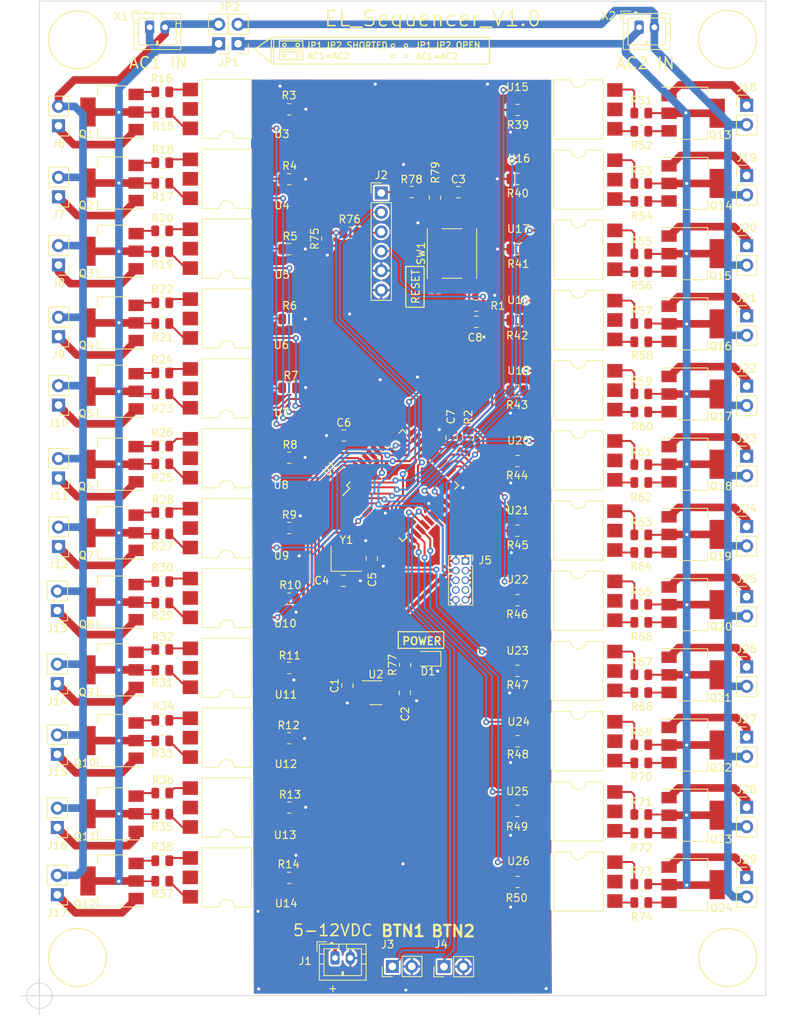
<source format=kicad_pcb>
(kicad_pcb (version 20211014) (generator pcbnew)
  (layers (0 "F.Cu" signal) (31 "B.Cu" signal) (34 "B.Paste" user) (35 "F.Paste" user) (36 "B.SilkS" user "B.Silkscreen") (37 "F.SilkS" user "F.Silkscreen") (38 "B.Mask" user) (39 "F.Mask" user) (44 "Edge.Cuts" user))
  (net 0 "")
  (net 1 "+12V")
  (net 2 "V33")
  (net 3 "Net-(Q1-Pad3)")
  (net 4 "GND")
  (net 5 "RESET")
  (net 6 "Net-(C3-Pad1)")
  (net 7 "Net-(C4-Pad1)")
  (net 8 "EL_1")
  (net 11 "AVCC")
  (net 12 "Net-(C5-Pad2)")
  (net 13 "RX")
  (net 14 "TX")
  (net 15 "BUTTON_1")
  (net 16 "BUTTON_2")
  (net 17 "TCK")
  (net 18 "TMS")
  (net 19 "TDO")
  (net 22 "TDI")
  (net 23 "Net-(J6-Pad1)")
  (net 24 "HV1-")
  (net 25 "Net-(J7-Pad1)")
  (net 26 "Net-(J8-Pad1)")
  (net 27 "Net-(J9-Pad1)")
  (net 28 "Net-(J10-Pad1)")
  (net 29 "Net-(J11-Pad1)")
  (net 30 "Net-(J12-Pad1)")
  (net 31 "Net-(J13-Pad1)")
  (net 32 "Net-(J14-Pad1)")
  (net 33 "Net-(J15-Pad1)")
  (net 34 "Net-(J16-Pad1)")
  (net 35 "Net-(J17-Pad1)")
  (net 36 "Net-(J18-Pad1)")
  (net 37 "HV2-")
  (net 38 "Net-(J19-Pad1)")
  (net 39 "Net-(J20-Pad1)")
  (net 40 "Net-(J21-Pad1)")
  (net 41 "Net-(J22-Pad1)")
  (net 42 "Net-(J23-Pad1)")
  (net 43 "Net-(J24-Pad1)")
  (net 44 "Net-(J25-Pad1)")
  (net 45 "Net-(J26-Pad1)")
  (net 46 "Net-(J27-Pad1)")
  (net 47 "Net-(J28-Pad1)")
  (net 48 "Net-(J29-Pad1)")
  (net 49 "HV1+")
  (net 50 "HV2+")
  (net 51 "Net-(Q2-Pad3)")
  (net 52 "Net-(Q3-Pad3)")
  (net 53 "Net-(Q4-Pad3)")
  (net 54 "Net-(Q5-Pad3)")
  (net 55 "Net-(Q6-Pad3)")
  (net 56 "Net-(Q7-Pad3)")
  (net 57 "Net-(Q8-Pad3)")
  (net 58 "Net-(Q9-Pad3)")
  (net 59 "Net-(Q10-Pad3)")
  (net 60 "Net-(Q11-Pad3)")
  (net 61 "Net-(Q12-Pad3)")
  (net 62 "Net-(Q13-Pad3)")
  (net 63 "Net-(Q14-Pad3)")
  (net 64 "Net-(Q15-Pad3)")
  (net 65 "Net-(Q16-Pad3)")
  (net 66 "Net-(Q17-Pad3)")
  (net 67 "Net-(Q18-Pad3)")
  (net 68 "Net-(Q19-Pad3)")
  (net 69 "Net-(Q20-Pad3)")
  (net 70 "Net-(Q21-Pad3)")
  (net 71 "Net-(Q22-Pad3)")
  (net 72 "Net-(Q23-Pad3)")
  (net 73 "Net-(Q24-Pad3)")
  (net 74 "Net-(R3-Pad2)")
  (net 75 "Net-(R4-Pad2)")
  (net 76 "Net-(R5-Pad2)")
  (net 77 "Net-(R6-Pad2)")
  (net 78 "Net-(R7-Pad2)")
  (net 79 "Net-(R8-Pad2)")
  (net 80 "Net-(R9-Pad2)")
  (net 81 "Net-(R10-Pad2)")
  (net 82 "Net-(R11-Pad2)")
  (net 83 "Net-(R15-Pad1)")
  (net 84 "Net-(R19-Pad1)")
  (net 85 "Net-(R20-Pad1)")
  (net 86 "Net-(R21-Pad1)")
  (net 87 "Net-(R22-Pad1)")
  (net 88 "Net-(R23-Pad1)")
  (net 89 "Net-(R24-Pad1)")
  (net 90 "Net-(R25-Pad1)")
  (net 91 "Net-(R26-Pad1)")
  (net 92 "Net-(R27-Pad1)")
  (net 93 "Net-(R28-Pad1)")
  (net 94 "Net-(R29-Pad1)")
  (net 95 "Net-(R30-Pad1)")
  (net 96 "Net-(R31-Pad1)")
  (net 97 "Net-(R32-Pad1)")
  (net 98 "Net-(R33-Pad1)")
  (net 99 "Net-(R34-Pad1)")
  (net 100 "Net-(R35-Pad1)")
  (net 101 "Net-(R36-Pad1)")
  (net 102 "Net-(R37-Pad1)")
  (net 103 "Net-(R38-Pad1)")
  (net 104 "Net-(R39-Pad2)")
  (net 105 "Net-(R40-Pad2)")
  (net 106 "Net-(R41-Pad2)")
  (net 107 "Net-(R42-Pad2)")
  (net 108 "Net-(R43-Pad2)")
  (net 109 "Net-(R44-Pad2)")
  (net 110 "Net-(R45-Pad2)")
  (net 111 "Net-(R46-Pad2)")
  (net 112 "Net-(R47-Pad2)")
  (net 113 "Net-(R48-Pad2)")
  (net 114 "Net-(R49-Pad2)")
  (net 115 "Net-(R50-Pad2)")
  (net 116 "Net-(R51-Pad1)")
  (net 117 "Net-(R52-Pad1)")
  (net 118 "Net-(R53-Pad1)")
  (net 119 "Net-(R54-Pad1)")
  (net 120 "Net-(R55-Pad1)")
  (net 121 "Net-(R56-Pad1)")
  (net 122 "Net-(R57-Pad1)")
  (net 123 "Net-(R58-Pad1)")
  (net 124 "Net-(R59-Pad1)")
  (net 125 "Net-(R60-Pad1)")
  (net 126 "Net-(R61-Pad1)")
  (net 127 "Net-(R62-Pad1)")
  (net 128 "Net-(R63-Pad1)")
  (net 129 "Net-(R64-Pad1)")
  (net 130 "Net-(R65-Pad1)")
  (net 131 "Net-(R66-Pad1)")
  (net 132 "Net-(R67-Pad1)")
  (net 133 "Net-(R68-Pad1)")
  (net 134 "Net-(R69-Pad1)")
  (net 135 "Net-(R70-Pad1)")
  (net 136 "Net-(R71-Pad1)")
  (net 137 "Net-(R72-Pad1)")
  (net 138 "Net-(R73-Pad1)")
  (net 139 "Net-(R74-Pad1)")
  (net 140 "EL_14")
  (net 141 "EL_15")
  (net 142 "EL_16")
  (net 143 "EL_21")
  (net 144 "EL_22")
  (net 145 "EL_23")
  (net 146 "EL_24")
  (net 147 "EL_17")
  (net 148 "EL_18")
  (net 149 "EL_19")
  (net 150 "EL_20")
  (net 151 "EL_8")
  (net 152 "EL_7")
  (net 153 "EL_6")
  (net 154 "EL_5")
  (net 155 "EL_4")
  (net 156 "EL_3")
  (net 157 "EL_2")
  (net 158 "EL_9")
  (net 159 "EL_10")
  (net 160 "EL_11")
  (net 161 "EL_12")
  (net 162 "EL_13")
  (net 210 "Net-(D1-Pad2)")
  (net 211 "DTR")
  (net 212 "Net-(J2-Pad3)")
  (net 213 "Net-(R12-Pad2)")
  (net 214 "Net-(R13-Pad2)")
  (net 215 "Net-(R14-Pad2)")
  (net 216 "Net-(R16-Pad1)")
  (net 217 "Net-(R17-Pad1)")
  (net 218 "Net-(R18-Pad1)")
  (footprint "Resistor_SMD:R_0805_2012Metric" (layer "F.Cu") (at 164.73 113.58)
    (fp_text reference "R57")
    (fp_text value "330R")
  )
  (footprint "Capacitor_SMD:C_0805_2012Metric" (layer "F.Cu") (at 125.82 128.22)
    (fp_text reference "C6")
    (fp_text value "100nf 16V")
  )
  (footprint "Connector_PinHeader_2.54mm:PinHeader_1x02_P2.54mm_Vertical" (layer "F.Cu") (at 178.51 176.81363)
    (fp_text reference "J28")
    (fp_text value "Header_01x02_Male")
  )
  (footprint "Connector_PinSocket_1.27mm:PinSocket_2x05_P1.27mm_Vertical" (layer "F.Cu") (at 141.735 144.605)
    (fp_text reference "J5")
    (fp_text value "Conn2x5_CNC#3220-10-0100-00" hide)
  )
  (footprint "Package_TO_SOT_SMD:SOT-223" (layer "F.Cu") (at 95.51 131.97 180)
    (fp_text reference "Q6")
    (fp_text value "Z0103NN")
  )
  (footprint "Resistor_SMD:R_0805_2012Metric" (layer "F.Cu") (at 118.665 121.99 180)
    (fp_text reference "R7")
    (fp_text value "390R")
  )
  (footprint "Resistor_SMD:R_0805_2012Metric" (layer "F.Cu") (at 118.665 103.86 180)
    (fp_text reference "R5")
    (fp_text value "390R")
  )
  (footprint "Resistor_SMD:R_0805_2012Metric" (layer "F.Cu") (at 148.5275 113.13)
    (fp_text reference "R42")
    (fp_text value "390R")
  )
  (footprint "Resistor_SMD:R_0805_2012Metric" (layer "F.Cu") (at 102.08 174.96 180)
    (fp_text reference "R36")
    (fp_text value "330R")
  )
  (footprint "Resistor_SMD:R_0805_2012Metric" (layer "F.Cu") (at 102.07 101.46 180)
    (fp_text reference "R20")
    (fp_text value "330R")
  )
  (footprint "Resistor_SMD:R_0805_2012Metric" (layer "F.Cu") (at 164.73 125.14)
    (fp_text reference "R60")
    (fp_text value "330R")
  )
  (footprint "Package_TO_SOT_SMD:SOT-223" (layer "F.Cu") (at 95.51 85.93 180)
    (fp_text reference "Q1")
    (fp_text value "Z0103NN")
  )
  (footprint "Connector_PinHeader_2.54mm:PinHeader_1x02_P2.54mm_Vertical" (layer "F.Cu") (at 178.51 149.284541)
    (fp_text reference "J25")
    (fp_text value "Header_01x02_Male")
  )
  (footprint "Resistor_SMD:R_0805_2012Metric" (layer "F.Cu") (at 142.09 128.46 90)
    (fp_text reference "R2")
    (fp_text value "100R")
  )
  (footprint "Package_TO_SOT_SMD:SOT-223" (layer "F.Cu") (at 95.51 104.13 180)
    (fp_text reference "Q3")
    (fp_text value "Z0103NN")
  )
  (footprint "Resistor_SMD:R_0805_2012Metric" (layer "F.Cu") (at 148.5275 103.86)
    (fp_text reference "R41")
    (fp_text value "390R")
  )
  (footprint "Resistor_SMD:R_0805_2012Metric" (layer "F.Cu") (at 118.665 158.61 180)
    (fp_text reference "R11")
    (fp_text value "390R")
  )
  (footprint "Package_DIP:SMDIP-6_W9.53mm" (layer "F.Cu") (at 156.51 131.471815)
    (fp_text reference "U20")
    (fp_text value "MOC3063SM")
  )
  (footprint "Connector_PinHeader_2.54mm:PinHeader_1x02_P2.54mm_Vertical" (layer "F.Cu") (at 88.51 142.73 180)
    (fp_text reference "J12")
    (fp_text value "Header_01x02_Male")
  )
  (footprint "Resistor_SMD:R_0805_2012Metric" (layer "F.Cu") (at 148.5275 131.55)
    (fp_text reference "R44")
    (fp_text value "390R")
  )
  (footprint "Package_DIP:SMDIP-6_W9.53mm" (layer "F.Cu") (at 156.51 122.295452)
    (fp_text reference "U19")
    (fp_text value "MOC3063SM")
  )
  (footprint "MountingHole:MountingHole_3.2mm_M3" (layer "F.Cu") (at 176.01 196.44)
    (fp_text reference "H1" hide)
    (fp_text value "MountingHole" hide)
  )
  (footprint "Package_TO_SOT_SMD:SOT-223" (layer "F.Cu") (at 95.51 150 180)
    (fp_text reference "Q8")
    (fp_text value "Z0103NN")
  )
  (footprint "Resistor_SMD:R_0805_2012Metric" (layer "F.Cu") (at 148.5275 168.18)
    (fp_text reference "R48")
    (fp_text value "390R")
  )
  (footprint "Resistor_SMD:R_0805_2012Metric" (layer "F.Cu") (at 164.73 168.64)
    (fp_text reference "R69")
    (fp_text value "330R")
  )
  (footprint "Resistor_SMD:R_0805_2012Metric" (layer "F.Cu") (at 148.5275 186.58)
    (fp_text reference "R50")
    (fp_text value "390R")
  )
  (footprint "Connector_PinHeader_2.54mm:PinHeader_1x02_P2.54mm_Vertical" (layer "F.Cu") (at 88.51 133.77 180)
    (fp_text reference "J11")
    (fp_text value "Header_01x02_Male")
  )
  (footprint "Package_DIP:SMDIP-6_W9.53mm" (layer "F.Cu") (at 156.51 159.000904)
    (fp_text reference "U23")
    (fp_text value "MOC3063SM")
  )
  (footprint "Capacitor_SMD:C_0805_2012Metric" (layer "F.Cu") (at 126.2925 160.91 90)
    (fp_text reference "C1")
    (fp_text value "10uf 16V")
  )
  (footprint "Connector_PinHeader_2.54mm:PinHeader_1x02_P2.54mm_Vertical" (layer "F.Cu") (at 178.51 112.579089)
    (fp_text reference "J21")
    (fp_text value "Header_01x02_Male")
  )
  (footprint "Resistor_SMD:R_0805_2012Metric" (layer "F.Cu") (at 164.73 122.77)
    (fp_text reference "R59")
    (fp_text value "330R")
  )
  (footprint "MountingHole:MountingHole_3.2mm_M3" (layer "F.Cu") (at 91.01 76.44)
    (fp_text reference "H4" hide)
    (fp_text value "MountingHole" hide)
  )
  (footprint "Resistor_SMD:R_0805_2012Metric" (layer "F.Cu") (at 164.73 134.36)
    (fp_text reference "R62")
    (fp_text value "330R")
  )
  (footprint "Package_DIP:SMDIP-6_W9.53mm" (layer "F.Cu") (at 156.51 168.177267)
    (fp_text reference "U24")
    (fp_text value "MOC3063SM")
  )
  (footprint "Package_TO_SOT_SMD:SOT-223" (layer "F.Cu") (at 95.51 168.1 180)
    (fp_text reference "Q10")
    (fp_text value "Z0103NN")
  )
  (footprint "Resistor_SMD:R_0805_2012Metric" (layer "F.Cu") (at 102.08 85.99 180)
    (fp_text reference "R15")
    (fp_text value "330R")
  )
  (footprint "Resistor_SMD:R_0805_2012Metric" (layer "F.Cu") (at 148.5275 94.68)
    (fp_text reference "R40")
    (fp_text value "390R")
  )
  (footprint "Resistor_SMD:R_0805_2012Metric" (layer "F.Cu") (at 148.5275 122.35)
    (fp_text reference "R43")
    (fp_text value "390R")
  )
  (footprint "Resistor_SMD:R_0805_2012Metric" (layer "F.Cu") (at 164.73 86.07)
    (fp_text reference "R51")
    (fp_text value "330R")
  )
  (footprint "Package_DIP:SMDIP-6_W9.53mm" (layer "F.Cu") (at 156.51 149.824541)
    (fp_text reference "U22")
    (fp_text value "MOC3063SM")
  )
  (footprint "MountingHole:MountingHole_3.2mm_M3" (layer "F.Cu") (at 176.01 76.44)
    (fp_text reference "H3" hide)
    (fp_text value "MountingHole" hide)
  )
  (footprint "Resistor_SMD:R_0805_2012Metric" (layer "F.Cu") (at 102.08 113.57 180)
    (fp_text reference "R21")
    (fp_text value "330R")
  )
  (footprint "Resistor_SMD:R_0805_2012Metric" (layer "F.Cu") (at 102.08 110.87 180)
    (fp_text reference "R22")
    (fp_text value "330R")
  )
  (footprint "Package_QFP:TQFP-44_10x10mm_P0.8mm" (layer "F.Cu") (at 133.51 134.74 45)
    (fp_text reference "U1")
    (fp_text value "ATmega1284-AU" hide)
  )
  (footprint "Package_TO_SOT_SMD:SOT-223" (layer "F.Cu") (at 171.51 95.266363)
    (fp_text reference "Q14")
    (fp_text value "Z0103NN")
  )
  (footprint "Package_TO_SOT_SMD:SOT-223" (layer "F.Cu") (at 171.51 168.677267)
    (fp_text reference "Q22")
    (fp_text value "Z0103NN")
  )
  (footprint "Connector_PinHeader_2.54mm:PinHeader_1x02_P2.54mm_Vertical" (layer "F.Cu") (at 88.36 160.65 180)
    (fp_text reference "J14")
    (fp_text value "Header_01x02_Male")
  )
  (footprint "Package_DIP:SMDIP-6_W9.53mm" (layer "F.Cu") (at 110.51 167.7171 180)
    (fp_text reference "U12")
    (fp_text value "MOC3063SM")
  )
  (footprint "Resistor_SMD:R_0805_2012Metric" (layer "F.Cu") (at 102.08 158.9 180)
    (fp_text reference "R31")
    (fp_text value "330R")
  )
  (footprint "Resistor_SMD:R_0805_2012Metric" (layer "F.Cu") (at 118.665 149.55 180)
    (fp_text reference "R10")
    (fp_text value "390R")
  )
  (footprint "Resistor_SMD:R_0805_2012Metric" (layer "F.Cu") (at 102.08 147.31 180)
    (fp_text reference "R30")
    (fp_text value "330R")
  )
  (footprint "Package_DIP:SMDIP-6_W9.53mm" (layer "F.Cu") (at 156.51 85.59)
    (fp_text reference "U15")
    (fp_text value "MOC3063SM")
  )
  (footprint "Package_TO_SOT_SMD:SOT-223" (layer "F.Cu") (at 95.51 186.45 180)
    (fp_text reference "Q12")
    (fp_text value "Z0103NN")
  )
  (footprint "Connector_PinHeader_2.54mm:PinHeader_1x02_P2.54mm_Vertical" (layer "F.Cu") (at 88.51 87.73 180)
    (fp_text reference "J6")
    (fp_text value "Header_01x02_Male")
  )
  (footprint "Connector_PinHeader_2.54mm:PinHeader_1x02_P2.54mm_Vertical" (layer "F.Cu") (at 178.51 167.637267)
    (fp_text reference "J27")
    (fp_text value "Header_01x02_Male")
  )
  (footprint "Package_DIP:SMDIP-6_W9.53mm" (layer "F.Cu") (at 110.51 103.7938 180)
    (fp_text reference "U5")
    (fp_text value "MOC3063SM")
  )
  (footprint "Capacitor_SMD:C_0805_2012Metric" (layer "F.Cu") (at 139.92 128.48 -90)
    (fp_text reference "C7")
    (fp_text value "100nf 16V")
  )
  (footprint "Resistor_SMD:R_0805_2012Metric" (layer "F.Cu") (at 102.08 165.45 180)
    (fp_text reference "R34")
    (fp_text value "330R")
  )
  (footprint "Resistor_SMD:R_0805_2012Metric" (layer "F.Cu") (at 134.68 96.39)
    (fp_text reference "R78")
    (fp_text value "1k")
  )
  (footprint "Resistor_SMD:R_0805_2012Metric" (layer "F.Cu") (at 102.08 168.13 180)
    (fp_text reference "R33")
    (fp_text value "330R")
  )
  (footprint "Resistor_SMD:R_0805_2012Metric" (layer "F.Cu") (at 143.15 111.24 180)
    (fp_text reference "R1")
    (fp_text value "10k")
  )
  (footprint "Resistor_SMD:R_0805_2012Metric" (layer "F.Cu") (at 164.73 88.44)
    (fp_text reference "R52")
    (fp_text value "330R")
  )
  (footprint "Package_TO_SOT_SMD:SOT-23-5" (layer "F.Cu") (at 130.0225 161.84)
    (fp_text reference "U2")
    (fp_text value "NCP718BSN330T1G")
  )
  (footprint "Resistor_SMD:R_0805_2012Metric" (layer "F.Cu") (at 102.08 129.6 180)
    (fp_text reference "R26")
    (fp_text value "330R")
  )
  (footprint "Resistor_SMD:R_0805_2012Metric" (layer "F.Cu") (at 164.73 180.18)
    (fp_text reference "R72")
    (fp_text value "330R")
  )
  (footprint "Connector_PinHeader_2.54mm:PinHeader_1x02_P2.54mm_Vertical" (layer "F.Cu") (at 178.51 130.931815)
    (fp_text reference "J23")
    (fp_text value "Header_01x02_Male")
  )
  (footprint "Resistor_SMD:R_0805_2012Metric" (layer "F.Cu") (at 148.5275 177.29)
    (fp_text reference "R49")
    (fp_text value "390R")
  )
  (footprint "Resistor_SMD:R_0805_2012Metric" (layer "F.Cu") (at 164.73 161.82)
    (fp_text reference "R68")
    (fp_text value "330R")
  )
  (footprint "Package_TO_SOT_SMD:SOT-223" (layer "F.Cu") (at 95.51 177.66 180)
    (fp_text reference "Q11")
    (fp_text value "Z0103NN")
  )
  (footprint "Package_DIP:SMDIP-6_W9.53mm" (layer "F.Cu") (at 110.51 176.849 180)
    (fp_text reference "U13")
    (fp_text value "MOC3063SM")
  )
  (footprint "Resistor_SMD:R_0805_2012Metric" (layer "F.Cu") (at 164.73 115.97)
    (fp_text reference "R58")
    (fp_text value "330R")
  )
  (footprint "Resistor_SMD:R_0805_2012Metric" (layer "F.Cu") (at 118.665 176.84 180)
    (fp_text reference "R13")
    (fp_text value "390R")
  )
  (footprint "Connector_PinHeader_2.54mm:PinHeader_1x02_P2.54mm_Vertical" (layer "F.Cu") (at 88.51 105.93 180)
    (fp_text reference "J8")
    (fp_text value "Header_01x02_Male")
  )
  (footprint "Resistor_SMD:R_0805_2012Metric" (layer "F.Cu") (at 148.5275 85.66)
    (fp_text reference "R39")
    (fp_text value "390R")
  )
  (footprint "Resistor_SMD:R_0805_2012Metric" (layer "F.Cu") (at 102.08 92.56 180)
    (fp_text reference "R18")
    (fp_text value "330R")
  )
  (footprint "Capacitor_SMD:C_0805_2012Metric" (layer "F.Cu") (at 129.49 144.315 90)
    (fp_text reference "C5")
    (fp_text value "10pf NP0")
  )
  (footprint "Package_TO_SOT_SMD:SOT-223" (layer "F.Cu") (at 171.51 122.795452)
    (fp_text reference "Q17")
    (fp_text value "Z0103NN")
  )
  (footprint "Package_TO_SOT_SMD:SOT-223" (layer "F.Cu") (at 95.51 158.85 180)
    (fp_text reference "Q9")
    (fp_text value "Z0103NN")
  )
  (footprint "Resistor_SMD:R_0805_2012Metric" (layer "F.Cu") (at 164.73 141.2)
    (fp_text reference "R63")
    (fp_text value "330R")
  )
  (footprint "Package_DIP:SMDIP-6_W9.53mm" (layer "F.Cu") (at 110.51 85.53 180)
    (fp_text reference "U3")
    (fp_text value "MOC3063SM")
  )
  (footprint "Package_TO_SOT_SMD:SOT-223" (layer "F.Cu") (at 95.51 113.5 180)
    (fp_text reference "Q4")
    (fp_text value "Z0103NN")
  )
  (footprint "Resistor_SMD:R_0805_2012Metric" (layer "F.Cu") (at 102.08 95.25 180)
    (fp_text reference "R17")
    (fp_text value "330R")
  )
  (footprint "Package_TO_SOT_SMD:SOT-223" (layer "F.Cu") (at 171.51 186.93)
    (fp_text reference "Q24")
    (fp_text value "Z0103NN")
  )
  (footprint "Package_DIP:SMDIP-6_W9.53mm" (layer "F.Cu") (at 110.51 131.1895 180)
    (fp_text reference "U8")
    (fp_text value "MOC3063SM")
  )
  (footprint "Resistor_SMD:R_0805_2012Metric" (layer "F.Cu") (at 164.73 106.81)
    (fp_text reference "R56")
    (fp_text value "330R")
  )
  (footprint "Package_TO_SOT_SMD:SOT-223" (layer "F.Cu") (at 171.51 104.442726)
    (fp_text reference "Q15")
    (fp_text value "Z0103NN")
  )
  (footprint "MountingHole:MountingHole_3.2mm_M3" (layer "F.Cu") (at 91.01 196.44)
    (fp_text reference "H2" hide)
    (fp_text value "MountingHole" hide)
  )
  (footprint "Connector_PinHeader_2.54mm:PinHeader_1x02_P2.54mm_Vertical" (layer "F.Cu") (at 178.51 185.99)
    (fp_text reference "J29")
    (fp_text value "Header_01x02_Male")
  )
  (footprint "Resistor_SMD:R_0805_2012Metric" (layer "F.Cu") (at 164.73 97.61)
    (fp_text reference "R54")
    (fp_text value "330R")
  )
  (footprint "Capacitor_SMD:C_0805_2012Metric" (layer "F.Cu") (at 125.77 147.215)
    (fp_text reference locked "C4")
    (fp_text value "10pf NP0")
  )
  (footprint "Connector_PinHeader_2.54mm:PinHeader_1x02_P2.54mm_Vertical" (layer "F.Cu") (at 88.51 124.24 180)
    (fp_text reference "J10")
    (fp_text value "Header_01x02_Male")
  )
  (footprint "Connector_PinHeader_2.54mm:PinHeader_1x02_P2.54mm_Vertical" (layer "F.Cu") (at 178.51 103.402726)
    (fp_text reference "J20")
    (fp_text value "Header_01x02_Male")
  )
  (footprint "LED_SMD:LED_0805_2012Metric" (layer "F.Cu") (at 136.8325 157.4 180)
    (fp_text reference "D1")
    (fp_text value "LED")
  )
  (footprint "Resistor_SMD:R_0805_2012Metric" (layer "F.Cu") (at 164.73 189.27)
    (fp_text reference "R74")
    (fp_text value "330R")
  )
  (footprint "Package_DIP:SMDIP-6_W9.53mm" (layer "F.Cu") (at 110.51 94.6619 180)
    (fp_text reference "U4")
    (fp_text value "MOC3063SM")
  )
  (footprint "Package_DIP:SMDIP-6_W9.53mm" (layer "F.Cu") (at 156.51 186.53)
    (fp_text reference "U26")
    (fp_text value "MOC3063SM")
  )
  (footprint "Package_TO_SOT_SMD:SOT-223" (layer "F.Cu") (at 171.51 150.324541)
    (fp_text reference "Q20")
    (fp_text value "Z0103NN")
  )
  (footprint "Package_TO_SOT_SMD:SOT-223" (layer "F.Cu") (at 95.51 122.44 180)
    (fp_text reference "Q5")
    (fp_text value "Z0103NN")
  )
  (footprint "Resistor_SMD:R_0805_2012Metric" (layer "F.Cu") (at 102.08 141.07 180)
    (fp_text reference "R27")
    (fp_text value "330R")
  )
  (footprint "Capacitor_SMD:C_0805_2012Metric" (layer "F.Cu") (at 140.8 96.41)
    (fp_text reference "C3")
    (fp_text value "100nf 16V")
  )
  (footprint "Resistor_SMD:R_0805_2012Metric" (layer "F.Cu") (at 102.08 138.28 180)
    (fp_text reference "R28")
    (fp_text value "330R")
  )
  (footprint "Resistor_SMD:R_0805_2012Metric" (layer "F.Cu") (at 148.5275 149.74)
    (fp_text reference "R46")
    (fp_text value "390R")
  )
  (footprint "Resistor_SMD:R_0805_2012Metric" (layer "F.Cu") (at 102.08 120.04 180)
    (fp_text reference "R24")
    (fp_text value "330R")
  )
  (footprint "Connector_PinHeader_2.54mm:PinHeader_1x02_P2.54mm_Vertical" (layer "F.Cu") (at 132.17 197.62 90)
    (fp_text reference "J3")
    (fp_text value "Header_01x02_Male")
  )
  (footprint "Connector_PinHeader_2.54mm:PinHeader_1x02_P2.54mm_Vertical" (layer "F.Cu") (at 178.51 94.226363)
    (fp_text reference "J19")
    (fp_text value "Header_01x02_Male")
  )
  (footprint "Resistor_SMD:R_0805_2012Metric" (layer "F.Cu") (at 118.665 113 180)
    (fp_text reference "R6")
    (fp_text value "390R")
  )
  (footprint "Resistor_SMD:R_0805_2012Metric" (layer "F.Cu") (at 102.08 186.48 180)
    (fp_text reference "R37")
    (fp_text value "330R")
  )
  (footprint "Package_TO_SOT_SMD:SOT-223" (layer "F.Cu") (at 171.51 113.619089)
    (fp_text reference "Q16")
    (fp_text value "Z0103NN")
  )
  (footprint "Package_TO_SOT_SMD:SOT-223" (layer "F.Cu") (at 171.51 159.500904)
    (fp_text reference "Q21")
    (fp_text value "Z0103NN")
  )
  (footprint "Resistor_SMD:R_0805_2012Metric" (layer "F.Cu") (at 164.73 143.51)
    (fp_text reference "R64")
    (fp_text value "330R")
  )
  (footprint "Connector_PinHeader_2.54mm:PinHeader_1x02_P2.54mm_Vertical" (layer "F.Cu") (at 109.45 77.005 180)
    (fp_text reference "JP1")
    (fp_text value "Header_01x02_Male")
  )
  (footprint "Resistor_SMD:R_0805_2012Metric" (layer "F.Cu") (at 148.5275 140.66)
    (fp_text reference "R45")
    (fp_text value "390R")
  )
  (footprint "Capacitor_SMD:C_0805_2012Metric" (layer "F.Cu") (at 143.16 113.36 180)
    (fp_text reference "C8")
    (fp_text value "100nf 16V")
  )
  (footprint "Resistor_SMD:R_0805_2012Metric" (layer "F.Cu") (at 118.665 131.13 180)
    (fp_text reference "R8")
    (fp_text value "390R")
  )
  (footprint "Resistor_SMD:R_0805_2012Metric" (layer "F.Cu") (at 164.73 95.27)
    (fp_text reference "R53")
    (fp_text value "330R")
  )
  (footprint "Connector_PinHeader_2.54mm:PinHeader_1x02_P2.54mm_Vertical" (layer "F.Cu") (at 178.51 140.108178)
    (fp_text reference "J24")
    (fp_text value "Header_01x02_Male")
  )
  (footprint "Resistor_SMD:R_0805_2012Metric" (layer "F.Cu") (at 164.73 132.02)
    (fp_text reference "R61")
    (fp_text value "330R")
  )
  (footprint "Resistor_SMD:R_0805_2012Metric" (layer "F.Cu") (at 102.08 131.92 180)
    (fp_text reference "R25")
    (fp_text value "330R")
  )
  (footprint "Resistor_SMD:R_0805_2012Metric" (layer "F.Cu") (at 164.73 177.76)
    (fp_text reference "R71")
    (fp_text value "330R")
  )
  (footprint "Resistor_SMD:R_0805_2012Metric" (layer "F.Cu") (at 123.66 102.5 90)
    (fp_text reference "R75")
    (fp_text value "2k")
  )
  (footprint "Package_DIP:SMDIP-6_W9.53mm" (layer "F.Cu") (at 110.51 122.0576 180)
    (fp_text reference "U7")
    (fp_text value "MOC3063SM")
  )
  (footprint "Capacitor_SMD:C_0805_2012Metric" (layer "F.Cu") (at 133.8025 161.87 90)
    (fp_text reference "C2")
    (fp_text value "10uf 16V")
  )
  (footprint "Resistor_SMD:R_0805_2012Metric" (layer "F.Cu") (at 164.73 186.86)
    (fp_text reference "R73")
    (fp_text value "330R")
  )
  (footprint "Resistor_SMD:R_0805_2012Metric" (layer "F.Cu") (at 118.665 186.04091 180)
    (fp_text reference "R14")
    (fp_text value "390R")
  )
  (footprint "Connector_JST:JST_PH_B2B-PH-K_1x02_P2.00mm_Vertical" (layer "F.Cu") (at 100.43 74.85)
    (fp_text reference "X1")
    (fp_text value "B2B-PH-K-S" hide)
  )
  (footprint "Package_DIP:SMDIP-6_W9.53mm" (layer "F.Cu") (at 110.51 112.9257 180)
    (fp_text reference "U6")
    (fp_text value "MOC3063SM")
  )
  (footprint "Package_TO_SOT_SMD:SOT-223" (layer "F.Cu") (at 95.51 95.21 180)
    (fp_text reference "Q2")
    (fp_text value "Z0103NN")
  )
  (footprint "Package_DIP:SMDIP-6_W9.53mm" (layer "F.Cu") (at 156.51 140.648178)
    (fp_text reference "U21")
    (fp_text value "MOC3063SM")
  )
  (footprint "Connector_JST:JST_PH_B2B-PH-K_1x02_P2.00mm_Vertical" (layer "F.Cu") (at 124.675 196.51)
    (fp_text reference "J1")
    (fp_text value "B2B-PH-K-S" hide)
  )
  (footprint "Resistor_SMD:R_0805_2012Metric" (layer "F.Cu") (at 133.8425 158.2 90)
    (fp_text reference "R77")
    (fp_text value "1k")
  )
  (footprint "Package_DIP:SMDIP-6_W9.53mm" (layer "F.Cu") (at 110.51 149.4533 180)
    (fp_text reference "U10")
    (fp_text value "MOC3063SM")
  )
  (footprint "Resistor_SMD:R_0805_2012Metric" (layer "F.Cu") (at 148.5275 158.98)
    (fp_text reference "R47")
    (fp_text value "390R")
  )
  (footprint "Package_DIP:SMDIP-6_W9.53mm" (layer "F.Cu") (at 156.51 177.35363)
    (fp_text reference "U25")
    (fp_text value "MOC3063SM")
  )
  (footprint "Resistor_SMD:R_0805_2012Metric" (layer "F.Cu") (at 118.665 94.72 180)
    (fp_text reference "R4")
    (fp_text value "390R")
  )
  (footprint "Resistor_SMD:R_0805_2012Metric" (layer "F.Cu") (at 118.665 140.31 180)
    (fp_text reference "R9")
    (fp_text value "390R")
  )
  (footprint "Connector_JST:JST_PH_B2B-PH-K_1x02_P2.00mm_Vertical" (layer "F.Cu") (at 164.44 74.85)
    (fp_text reference "X2")
    (fp_text value "B2B-PH-K-S" hide)
  )
  (footprint "Package_DIP:SMDIP-6_W9.53mm" (layer "F.Cu") (at 156.51 103.942726)
    (fp_text reference "U17")
    (fp_text value "MOC3063SM")
  )
  (footprint "Resistor_SMD:R_0805_2012Metric" (layer "F.Cu") (at 102.08 177.71 180)
    (fp_text reference "R35")
    (fp_text value "330R")
  )
  (footprint "Resistor_SMD:R_0805_2012Metric" (layer "F.Cu") (at 118.665 167.79 180)
    (fp_text reference "R12")
    (fp_text value "390R")
  )
  (footprint "Resistor_SMD:R_0805_2012Metric" (layer "F.Cu") (at 164.73 150.3)
    (fp_text reference "R65")
    (fp_text value "330R")
  )
  (footprint "Package_DIP:SMDIP-6_W9.53mm" (layer "F.Cu") (at 156.51 113.119089)
    (fp_text reference "U18")
    (fp_text value "MOC3063SM")
  )
  (footprint "Resistor_SMD:R_0805_2012Metric" (layer "F.Cu") (at 164.73 159.49)
    (fp_text reference "R67")
    (fp_text value "330R")
  )
  (footprint "Resistor_SMD:R_0805_2012Metric" (layer "F.Cu") (at 102.08 183.8 180)
    (fp_text reference "R38")
    (fp_text value "330R")
  )
  (footprint "Package_TO_SOT_SMD:SOT-223" (layer "F.Cu") (at 171.51 86.09)
    (fp_text reference "Q13")
    (fp_text value "Z0103NN")
  )
  (footprint "Connector_PinHeader_2.54mm:PinHeader_1x02_P2.54mm_Vertical" (layer "F.Cu") (at 178.51 85.05)
    (fp_text reference "J18")
    (fp_text value "Header_01x02_Male")
  )
  (footprint "Resistor_SMD:R_0805_2012Metric" (layer "F.Cu") (at 102.08 122.76 180)
    (fp_text reference "R23")
    (fp_text value "330R")
  )
  (footprint "Package_TO_SOT_SMD:SOT-223" (layer "F.Cu") (at 171.51 177.85363)
    (fp_text reference "Q23")
    (fp_text value "Z0103NN")
  )
  (footprint "Connector_PinHeader_2.54mm:PinHeader_1x02_P2.54mm_Vertical" (layer "F.Cu") (at 88.51 97.01 180)
    (fp_text reference "J7")
    (fp_text value "Header_01x02_Male")
  )
  (footprint "Package_TO_SOT_SMD:SOT-223" (layer "F.Cu") (at 95.51 140.93 180)
    (fp_text reference "Q7")
    (fp_text value "Z0103NN")
  )
  (footprint "Package_DIP:SMDIP-6_W9.53mm" (layer "F.Cu") (at 110.51 185.98091 180)
    (fp_text reference "U14")
    (fp_text value "MOC3063SM")
  )
  (footprint "Resistor_SMD:R_0805_2012Metric" (layer "F.Cu") (at 137.75 97.11 90)
    (fp_text reference "R79")
    (fp_text value "2k")
  )
  (footprint "Resistor_SMD:R_0805_2012Metric" (layer "F.Cu") (at 102.08 83.3 180)
    (fp_text reference "R16")
    (fp_text value "330R")
  )
  (footprint "Resistor_SMD:R_0805_2012Metric" (layer "F.Cu") (at 102.07 104.19 180)
    (fp_text reference "R19")
    (fp_text value "330R")
  )
  (footprint "Resistor_SMD:R_0805_2012Metric" (layer "F.Cu") (at 164.73 152.64)
    (fp_text reference "R66")
    (fp_text value "330R")
  )
  (footprint "Resistor_SMD:R_0805_2012Metric" (layer "F.Cu") (at 164.73 171.02)
    (fp_text reference "R70")
    (fp_text value "330R")
  )
  (footprint "Package_TO_SOT_SMD:SOT-223" (layer "F.Cu") (at 171.51 131.971815)
    (fp_text reference "Q18")
    (fp_text value "Z0103NN")
  )
  (footprint "Crystal:Crystal_SMD_3225-4Pin_3.2x2.5mm" (layer "F.Cu") (at 126.16 144.315)
    (fp_text reference "Y1")
    (fp_text value "ECS-160-9-33B-CTP-TR")
  )
  (footprint "Package_DIP:SMDIP-6_W9.53mm" (layer "F.Cu") (at 110.51 140.3214 180)
    (fp_text reference "U9")
    (fp_text value "MOC3063SM")
  )
  (footprint "Resistor_SMD:R_0805_2012Metric" (layer "F.Cu") (at 126.68 101.71)
    (fp_text reference "R76")
    (fp_text value "1k")
  )
  (footprint "Connector_PinHeader_2.54mm:PinHeader_1x02_P2.54mm_Vertical" (layer "F.Cu") (at 178.51 121.755452)
    (fp_text reference "J22")
    (fp_text value "Header_01x02_Male")
  )
  (footprint "Connector_PinHeader_2.54mm:PinHeader_1x02_P2.54mm_Vertical" (layer "F.Cu") (at 88.36 188.25 180)
    (fp_text reference "J17")
    (fp_text value "Header_01x02_Male")
  )
  (footprint "Connector_PinHeader_2.54mm:PinHeader_1x02_P2.54mm_Vertical" (layer "F.Cu") (at 88.36 151.105 180)
    (fp_text reference "J13")
    (fp_text value "Header_01x02_Male")
  )
  (footprint "Resistor_SMD:R_0805_2012Metric" (layer "F.Cu") (at 118.665 85.58 180)
    (fp_text reference "R3")
    (fp_text value "390R")
  )
  (footprint "Package_TO_SOT_SMD:SOT-223" (layer "F.Cu") (at 171.51 141.148178)
    (fp_text reference "Q19")
    (fp_text value "Z0103NN")
  )
  (footprint "Resistor_SMD:R_0805_2012Metric" (layer "F.Cu") (at 102.08 156.19 180)
    (fp_text reference "R32")
    (fp_text value "330R")
  )
  (footprint "Connector_PinHeader_2.54mm:PinHeader_1x02_P2.54mm_Vertical" (layer "F.Cu") (at 88.36 179.46 180)
    (fp_text reference "J16")
    (fp_text value "Header_01x02_Male")
  )
  (footprint "Connector_PinHeader_2.54mm:PinHeader_1x02_P2.54mm_Vertical" (layer "F.Cu") (at 88.36 169.9 180)
    (fp_text reference "J15")
    (fp_text value "Header_01x02_Male")
  )
  (footprint "Connector_PinHeader_2.54mm:PinHeader_1x02_P2.54mm_Vertical" (layer "F.Cu") (at 178.51 158.460904)
    (fp_text reference "J26")
    (fp_text value "Header_01x02_Male")
  )
  (footprint "Connector_PinHeader_2.54mm:PinHeader_1x02_P2.54mm_Vertical" (layer "F.Cu") (at 88.51 115.3 180)
    (fp_text reference "J9")
    (fp_text value "Header_01x02_Male")
  )
  (footprint "Package_DIP:SMDIP-6_W9.53mm" (layer "F.Cu") (at 110.51 158.5852 180)
    (fp_text reference "U11")
    (fp_text value "MOC3063SM")
  )
  (footprint "Connector_PinHeader_2.54mm:PinHeader_1x02_P2.54mm_Vertical" (layer "F.Cu") (at 138.92 197.65 90)
    (fp_text reference "J4")
    (fp_text value "Header_01x02_Male")
  )
  (footprint "Package_DIP:SMDIP-6_W9.53mm" (layer "F.Cu") (at 156.51 94.766363)
    (fp_text reference "U16")
    (fp_text value "MOC3063SM")
  )
  (footprint "Connector_PinHeader_2.54mm:PinHeader_1x02_P2.54mm_Vertical" (layer "F.Cu") (at 111.99 77.005 180)
    (fp_text reference "JP2")
    (fp_text value "Header_01x02_Male")
  )
  (footprint "Resistor_SMD:R_0805_2012Metric" (layer "F.Cu") (at 164.73 104.48)
    (fp_text reference "R55")
    (fp_text value "330R")
  )
  (footprint "Resistor_SMD:R_0805_2012Metric" (layer "F.Cu") (at 102.08 150.11 180)
    (fp_text reference "R29")
    (fp_text value "330R")
  )
  (footprint "Connector_PinHeader_2.54mm:PinHeader_1x06_P2.54mm_Vertical" (layer "F.Cu") (at 130.72 96.51)
    (fp_text reference "J2")
    (fp_text value "Conn_01x06")
  )
  (footprint "MY_KICAD_LIB:SW_Push_1P1T_NO_6x6mm_H5.0mm" (layer "F.Cu") (at 139.97 104.42 90)
    (fp_text reference "SW1")
    (fp_text value "FSM2JSMAA")
  )
  (gr_line (start 116.33 76.19) (end 114.2 77.71) (layer "F.SilkS") (width 0.15))
  (gr_circle (center 176.03 196.456127) (end 179.44 198.096127) (layer "F.SilkS") (width 0.15) (fill none))
  (gr_circle (center 118.05 78.52) (end 118.25 78.62) (layer "F.SilkS") (width 0.15) (fill none))
  (gr_circle (center 90.99 76.486127) (end 94.4 78.126127) (layer "F.SilkS") (width 0.15) (fill none))
  (gr_circle (center 90.99 196.46) (end 94.4 198.1) (layer "F.SilkS") (width 0.15) (fill none))
  (gr_rect (start 116.65 76.14) (end 144.85 79.67) (layer "F.SilkS") (width 0.15) (fill none))
  (gr_circle (center 118.05 77.15) (end 118.25 77.25) (layer "F.SilkS") (width 0.15) (fill none))
  (gr_circle (center 132.25 77.24) (end 132.45 77.34) (layer "F.SilkS") (width 0.15) (fill none))
  (gr_circle (center 133.955 77.24) (end 134.155 77.34) (layer "F.SilkS") (width 0.15) (fill none))
  (gr_circle (center 119.79 77.17) (end 119.99 77.27) (layer "F.SilkS") (width 0.15) (fill none))
  (gr_rect (start 117.39 76.64) (end 120.46 77.7) (layer "F.SilkS") (width 0.15) (fill none))
  (gr_line (start 116.33 79.52) (end 116.33 76.25) (layer "F.SilkS") (width 0.15))
  (gr_rect (start 133.93 106.12) (end 136.32 111.45) (layer "F.SilkS") (width 0.15) (fill none))
  (gr_circle (center 132.25 78.62) (end 132.45 78.72) (layer "F.SilkS") (width 0.15) (fill none))
  (gr_line (start 114.2 77.71) (end 116.33 79.52) (layer "F.SilkS") (width 0.15))
  (gr_circle (center 176.01 76.436127) (end 179.42 78.076127) (layer "F.SilkS") (width 0.15) (fill none))
  (gr_circle (center 133.96 78.62) (end 134.16 78.72) (layer "F.SilkS") (width 0.15) (fill none))
  (gr_rect (start 117.395 78.02) (end 120.465 79.08) (layer "F.SilkS") (width 0.15) (fill none))
  (gr_rect (start 132.935 153.865) (end 138.885 156.04) (layer "F.SilkS") (width 0.15) (fill none))
  (gr_circle (center 119.795 78.55) (end 119.995 78.65) (layer "F.SilkS") (width 0.15) (fill none))
  (gr_rect (start 86.01 71.44) (end 181.01 201.44) (layer "Edge.Cuts") (width 0.1) (fill none))
  (gr_text "EL_Sequencer_V1.0" (at 137.46 73.72) (layer "F.SilkS") (effects (font (size 2 2) (thickness 0.2))))
  (gr_text "POWER" (at 136.035 155.09) (layer "F.SilkS") (effects (font (size 1 1) (thickness 0.2))))
  (gr_text "RESET" (at 135.22 108.75 90) (layer "F.SilkS") (effects (font (size 1 1))))
  (gr_text "BTN2" (at 140.115 193.01) (layer "F.SilkS") (effects (font (size 1.5 1.5) (thickness 0.3))))
  (gr_text "AC2 IN" (at 165.26 79.56) (layer "F.SilkS") (effects (font (size 1.5 1.5) (thickness 0.2))))
  (gr_text "+" (at 124.39 200.47) (layer "F.SilkS") (effects (font (size 1 1))))
  (gr_text "JP1,JP2 SHORTED" (at 126.2 77.22) (layer "F.SilkS") (effects (font (size 0.8 0.8))))
  (gr_text "5-12VDC" (at 124.405 192.9) (layer "F.SilkS") (effects (font (size 1.5 1.5) (thickness 0.2))))
  (gr_text "JP1,JP2 OPEN" (at 139.41 77.2) (layer "F.SilkS") (effects (font (size 0.8 0.8))))
  (gr_text "AC1 IN" (at 101.54 79.5) (layer "F.SilkS") (effects (font (size 1.5 1.5) (thickness 0.2))))
  (gr_text "BTN1" (at 133.565 192.98) (layer "F.SilkS") (effects (font (size 1.5 1.5) (thickness 0.3))))
  (gr_text "AC1=AC2" (at 123.82 78.58) (layer "F.SilkS") (effects (font (size 0.8 0.8))))
  (gr_text "AC1≠AC2" (at 137.985 78.65) (layer "F.SilkS") (effects (font (size 0.8 0.8))))
  (target plus (at 86.01 201.45) (size 5) (width 0.1) (layer "Edge.Cuts"))
  (segment (start 129.5475 160.89) (end 129.9975 161.34) (width 0.254) (layer "F.Cu") (net 1))
  (segment (start 124.675 196.51) (end 124.675 193.375) (width 0.5) (layer "F.Cu") (net 1))
  (segment (start 128.885 189.165) (end 128.885 162.79) (width 0.5) (layer "F.Cu") (net 1))
  (segment (start 129.9975 162.39) (end 129.5975 162.79) (width 0.254) (layer "F.Cu") (net 1))
  (segment (start 129.9975 161.34) (end 129.9975 162.39) (width 0.254) (layer "F.Cu") (net 1))
  (segment (start 126.2925 159.96) (end 127.955 159.96) (width 0.254) (layer "F.Cu") (net 1))
  (segment (start 129.5975 162.79) (end 128.885 162.79) (width 0.254) (layer "F.Cu") (net 1))
  (segment (start 128.885 160.89) (end 129.5475 160.89) (width 0.254) (layer "F.Cu") (net 1))
  (segment (start 127.955 159.96) (end 128.885 160.89) (width 0.254) (layer "F.Cu") (net 1))
  (segment (start 124.675 193.375) (end 128.885 189.165) (width 0.5) (layer "F.Cu") (net 1))
  (segment (start 123.06 142.44) (end 123.06 151.165) (width 0.254) (layer "F.Cu") (net 2))
  (segment (start 130.81 130.908629) (end 130.045177 130.143806) (width 0.254) (layer "F.Cu") (net 2))
  (segment (start 139.52 145.875) (end 140.465 145.875) (width 0.5) (layer "F.Cu") (net 2))
  (segment (start 128.121371 128.22) (end 130.045177 130.143806) (width 0.254) (layer "F.Cu") (net 2))
  (segment (start 133.8425 159.1125) (end 133.8425 160.88) (width 0.254) (layer "F.Cu") (net 2))
  (segment (start 127.71 139.39) (end 127.728629 139.39) (width 0.254) (layer "F.Cu") (net 2))
  (segment (start 144.0625 110.0925) (end 144.035 110.065) (width 0.254) (layer "F.Cu") (net 2))
  (segment (start 138.76 145.115) (end 138.76 139.99) (width 0.254) (layer "F.Cu") (net 2))
  (segment (start 133.7725 160.89) (end 133.8025 160.92) (width 0.254) (layer "F.Cu") (net 2))
  (segment (start 124.585 140.915) (end 123.06 142.44) (width 0.254) (layer "F.Cu") (net 2))
  (segment (start 132.335 160.89) (end 132.335 160.44) (width 0.5) (layer "F.Cu") (net 2))
  (segment (start 123.06 151.165) (end 132.335 160.44) (width 0.254) (layer "F.Cu") (net 2))
  (segment (start 144.06 128.565) (end 143.0425 127.5475) (width 0.254) (layer "F.Cu") (net 2))
  (segment (start 133.8025 160.92) (end 131.19 160.92) (width 0.5) (layer "F.Cu") (net 2))
  (segment (start 128.913806 138.211194) (end 126.21 140.915) (width 0.254) (layer "F.Cu") (net 2))
  (segment (start 130.81 133.09) (end 130.81 130.908629) (width 0.254) (layer "F.Cu") (net 2))
  (segment (start 132.335 160.89) (end 133.7725 160.89) (width 0.254) (layer "F.Cu") (net 2))
  (segment (start 131.16 160.89) (end 132.335 160.89) (width 0.254) (layer "F.Cu") (net 2))
  (segment (start 132.335 153.06) (end 139.52 145.875) (width 0.5) (layer "F.Cu") (net 2))
  (segment (start 139.52 145.875) (end 138.76 145.115) (width 0.254) (layer "F.Cu") (net 2))
  (segment (start 131.19 160.92) (end 131.16 160.89) (width 0.5) (layer "F.Cu") (net 2))
  (segment (start 145.235 111.865) (end 144.61 111.24) (width 0.254) (layer "F.Cu") (net 2))
  (segment (start 144.61 111.24) (end 144.0625 111.24) (width 0.254) (layer "F.Cu") (net 2))
  (segment (start 138.76 139.99) (end 137.540509 138.770509) (width 0.254) (layer "F.Cu") (net 2))
  (segment (start 142.985 130.715) (end 144.06 129.64) (width 0.254) (layer "F.Cu") (net 2))
  (segment (start 133.8425 160.88) (end 133.8025 160.92) (width 0.254) (layer "F.Cu") (net 2))
  (segment (start 144.06 129.64) (end 144.06 128.565) (width 0.254) (layer "F.Cu") (net 2))
  (segment (start 144.0625 111.24) (end 144.0625 110.0925) (width 0.254) (layer "F.Cu") (net 2))
  (segment (start 127.728629 139.39) (end 128.913806 138.204823) (width 0.254) (layer "F.Cu") (net 2))
  (segment (start 145.235 124.4025) (end 145.235 111.865) (width 0.254) (layer "F.Cu") (net 2))
  (segment (start 142.09 127.5475) (end 145.235 124.4025) (width 0.254) (layer "F.Cu") (net 2))
  (segment (start 132.335 160.44) (end 132.335 153.06) (width 0.5) (layer "F.Cu") (net 2))
  (segment (start 126.21 140.915) (end 124.585 140.915) (width 0.254) (layer "F.Cu") (net 2))
  (segment (start 126.77 128.22) (end 128.121371 128.22) (width 0.254) (layer "F.Cu") (net 2))
  (segment (start 128.913806 138.204823) (end 128.913806 138.211194) (width 0.254) (layer "F.Cu") (net 2))
  (segment (start 143.0425 127.5475) (end 142.09 127.5475) (width 0.254) (layer "F.Cu") (net 2))
  (via (at 130.81 133.09) (size 0.8) (drill 0.4) (layers "F.Cu" "B.Cu") (net 2))
  (via (at 127.71 139.39) (size 0.8) (drill 0.4) (layers "F.Cu" "B.Cu") (net 2))
  (via (at 144.035 110.065) (size 0.8) (drill 0.4) (layers "F.Cu" "B.Cu") (net 2))
  (via (at 142.985 130.715) (size 0.8) (drill 0.4) (layers "F.Cu" "B.Cu") (net 2))
  (segment (start 131.925 104.13) (end 130.72 104.13) (width 0.254) (layer "B.Cu") (net 2))
  (segment (start 129.46 135.99) (end 129.835 135.615) (width 0.254) (layer "B.Cu") (net 2))
  (segment (start 140.465 145.875) (end 139.62 145.875) (width 0.254) (layer "B.Cu") (net 2))
  (segment (start 129.835 134.065) (end 130.81 133.09) (width 0.254) (layer "B.Cu") (net 2))
  (segment (start 129.835 135.615) (end 129.835 134.065) (width 0.254) (layer "B.Cu") (net 2))
  (segment (start 139.26 145.515) (end 139.26 134.44) (width 0.254) (layer "B.Cu") (net 2))
  (segment (start 133.26 105.465) (end 131.925 104.13) (width 0.254) (layer "B.Cu") (net 2))
  (segment (start 139.62 145.875) (end 139.26 145.515) (width 0.254) (layer "B.Cu") (net 2))
  (segment (start 139.26 134.44) (end 142.985 130.715) (width 0.254) (layer "B.Cu") (net 2))
  (segment (start 127.71 139.39) (end 129.46 137.64) (width 0.254) (layer "B.Cu") (net 2))
  (segment (start 129.46 137.64) (end 129.46 135.99) (width 0.254) (layer "B.Cu") (net 2))
  (segment (start 135.36 110.065) (end 133.26 107.965) (width 0.254) (layer "B.Cu") (net 2))
  (segment (start 133.26 107.965) (end 133.26 105.465) (width 0.254) (layer "B.Cu") (net 2))
  (segment (start 144.035 110.065) (end 135.36 110.065) (width 0.254) (layer "B.Cu") (net 2))
  (segment (start 101.1675 83.3) (end 98.99 83.3) (width 0.254) (layer "F.Cu") (net 3))
  (segment (start 98.99 83.3) (end 98.66 83.63) (width 0.254) (layer "F.Cu") (net 3))
  (segment (start 137.540509 130.709491) (end 136.835 131.415) (width 0.254) (layer "F.Cu") (net 4))
  (segment (start 138.96 134.79) (end 141.16 134.79) (width 0.254) (layer "F.Cu") (net 4))
  (segment (start 136.835 132.665) (end 138.96 134.79) (width 0.254) (layer "F.Cu") (net 4))
  (segment (start 127.985 145.89) (end 127.26 145.165) (width 0.254) (layer "F.Cu") (net 4))
  (segment (start 136.835 131.415) (end 136.835 132.665) (width 0.254) (layer "F.Cu") (net 4))
  (segment (start 130.135 138.115) (end 131.01 138.115) (width 0.254) (layer "F.Cu") (net 4))
  (segment (start 127.985 147.215) (end 127.985 145.89) (width 0.254) (layer "F.Cu") (net 4))
  (segment (start 131.01 138.115) (end 131.26 138.365) (width 0.254) (layer "F.Cu") (net 4))
  (segment (start 141.16 134.79) (end 141.41 135.04) (width 0.254) (layer "F.Cu") (net 4))
  (segment (start 129.479491 138.770509) (end 130.135 138.115) (width 0.254) (layer "F.Cu") (net 4))
  (via (at 120.685 167.815) (size 0.8) (drill 0.4) (layers "F.Cu" "B.Cu") (net 4))
  (via (at 120.785 103.84) (size 0.8) (drill 0.4) (layers "F.Cu" "B.Cu") (net 4))
  (via (at 144.135 115.34) (size 0.8) (drill 0.4) (layers "F.Cu" "B.Cu") (net 4))
  (via (at 135.51 100.415) (size 0.8) (drill 0.4) (layers "F.Cu" "B.Cu") (net 4))
  (via (at 130.585 120.915) (size 0.8) (drill 0.4) (layers "F.Cu" "B.Cu") (net 4))
  (via (at 145.56 109.89) (size 0.8) (drill 0.4) (layers "F.Cu" "B.Cu") (net 4))
  (via (at 114.61 190.415) (size 0.8) (drill 0.4) (layers "F.Cu" "B.Cu") (net 4))
  (via (at 120.86 85.565) (size 0.8) (drill 0.4) (layers "F.Cu" "B.Cu") (net 4))
  (via (at 145.885 94.665) (size 0.8) (drill 0.4) (layers "F.Cu" "B.Cu") (net 4))
  (via (at 119.985 143.94) (size 0.8) (drill 0.4) (layers "F.Cu" "B.Cu") (net 4))
  (via (at 144.61 82.29) (size 0.8) (drill 0.4) (layers "F.Cu" "B.Cu") (net 4))
  (via (at 119.585 151.315) (size 0.8) (drill 0.4) (layers "F.Cu" "B.Cu") (net 4))
  (via (at 131.26 138.365) (size 0.8) (drill 0.4) (layers "F.Cu" "B.Cu") (net 4))
  (via (at 117.485 82.54) (size 0.8) (drill 0.4) (layers "F.Cu" "B.Cu") (net 4))
  (via (at 123.66 104.64) (size 0.8) (drill 0.4) (layers "F.Cu" "B.Cu") (net 4))
  (via (at 147.735 143.54) (size 0.8) (drill 0.4) (layers "F.Cu" "B.Cu") (net 4))
  (via (at 147.61 125.29) (size 0.8) (drill 0.4) (layers "F.Cu" "B.Cu") (net 4))
  (via (at 147.635 180.49) (size 0.8) (drill 0.4) (layers "F.Cu" "B.Cu") (net 4))
  (via (at 120.835 94.715) (size 0.8) (drill 0.4) (layers "F.Cu" "B.Cu") (net 4))
  (via (at 135.46 120.565) (size 0.8) (drill 0.4) (layers "F.Cu" "B.Cu") (net 4))
  (via (at 120.76 131.09) (size 0.8) (drill 0.4) (layers "F.Cu" "B.Cu") (net 4))
  (via (at 126.585 112.34) (size 0.8) (drill 0.4) (layers "F.Cu" "B.Cu") (net 4))
  (via (at 147.635 189.865) (size 0.8) (drill 0.4) (layers "F.Cu" "B.Cu") (net 4))
  (via (at 136.935 137.09) (size 0.8) (drill 0.4) (layers "F.Cu" "B.Cu") (net 4))
  (via (at 120.785 112.99) (size 0.8) (drill 0.4) (layers "F.Cu" "B.Cu") (net 4))
  (via (at 135.335 162.89) (size 0.8) (drill 0.4) (layers "F.Cu" "B.Cu") (net 4))
  (via (at 123.56 128.215) (size 0.8) (drill 0.4) (layers "F.Cu" "B.Cu") (net 4))
  (via (at 138.31 127.44) (size 0.8) (drill 0.4) (layers "F.Cu" "B.Cu") (net 4))
  (via (at 133.56 184.215) (size 0.8) (drill 0.4) (layers "F.Cu" "B.Cu") (net 4))
  (via (at 147.635 170.965) (size 0.8) (drill 0.4) (layers "F.Cu" "B.Cu") (net 4))
  (via (at 147.61 88.565) (size 0.8) (drill 0.4) (layers "F.Cu" "B.Cu") (net 4))
  (via (at 120.835 176.815) (size 0.8) (drill 0.4) (layers "F.Cu" "B.Cu") (net 4))
  (via (at 129.935 82.29) (size 0.8) (drill 0.4) (layers "F.Cu" "B.Cu") (net 4))
  (via (at 141.41 135.04) (size 0.8) (drill 0.4) (layers "F.Cu" "B.Cu") (net 4))
  (via (at 114.685 200.565) (size 0.8) (drill 0.4) (layers "F.Cu" "B.Cu") (net 4))
  (via (at 120.835 121.94) (size 0.8) (drill 0.4) (layers "F.Cu" "B.Cu") (net 4))
  (via (at 130.985 145.29) (size 0.8) (drill 0.4) (layers "F.Cu" "B.Cu") (net 4))
  (via (at 119.56 183.09) (size 0.8) (drill 0.4) (layers "F.Cu" "B.Cu") (net 4))
  (via (at 147.66 134.415) (size 0.8) (drill 0.4) (layers "F.Cu" "B.Cu") (net 4))
  (via (at 120.135 138.715) (size 0.8) (drill 0.4) (layers "F.Cu" "B.Cu") (net 4))
  (via (at 133.635 92.79) (size 0.8) (drill 0.4) (layers "F.Cu" "B.Cu") (net 4))
  (via (at 126.285 163.19) (size 0.8) (drill 0.4) (layers "F.Cu" "B.Cu") (net 4))
  (via (at 127.985 147.215) (size 0.8) (drill 0.4) (layers "F.Cu" "B.Cu") (net 4))
  (via (at 119.285 160.165) (size 0.8) (drill 0.4) (layers "F.Cu" "B.Cu") (net 4))
  (via (at 133.935 200.715) (size 0.8) (drill 0.4) (layers "F.Cu" "B.Cu") (net 4))
  (via (at 145.935 103.84) (size 0.8) (drill 0.4) (layers "F.Cu" "B.Cu") (net 4))
  (via (at 152.285 200.515) (size 0.8) (drill 0.4) (layers "F.Cu" "B.Cu") (net 4))
  (via (at 128.685 141.965) (size 0.8) (drill 0.4) (layers "F.Cu" "B.Cu") (net 4))
  (via (at 147.51 161.865) (size 0.8) (drill 0.4) (layers "F.Cu" "B.Cu") (net 4))
  (via (at 138.085 159.015) (size 0.8) (drill 0.4) (layers "F.Cu" "B.Cu") (net 4))
  (segment (start 128.34812 137.639138) (end 128.385862 137.639138) (width 0.254) (layer "F.Cu") (net 5))
  (segment (start 142.2375 113.3325) (end 142.21 113.36) (width 0.254) (layer "F.Cu") (net 5))
  (segment (start 130.535 137.09) (end 130.56 137.115) (width 0.254) (layer "F.Cu") (net 5))
  (segment (start 142.21 113.36) (end 142.21 115.965) (width 0.254) (layer "F.Cu") (net 5))
  (segment (start 142.22 111.2225) (end 142.2375 111.24) (width 0.254) (layer "F.Cu") (net 5))
  (segment (start 142.22 96.88) (end 141.75 96.41) (width 0.254) (layer "F.Cu") (net 5))
  (segment (start 128.935 137.09) (end 130.535 137.09) (width 0.254) (layer "F.Cu") (net 5))
  (segment (start 130.56 137.115) (end 130.435 137.24) (width 0.254) (layer "F.Cu") (net 5))
  (segment (start 142.2375 111.24) (end 142.2375 113.3325) (width 0.254) (layer "F.Cu") (net 5))
  (segment (start 128.385862 137.639138) (end 128.935 137.09) (width 0.254) (layer "F.Cu") (net 5))
  (segment (start 142.22 108.395) (end 142.22 100.445) (width 0.254) (layer "F.Cu") (net 5))
  (segment (start 142.21 115.965) (end 134.36 123.815) (width 0.254) (layer "F.Cu") (net 5))
  (segment (start 142.22 100.445) (end 142.22 96.88) (width 0.254) (layer "F.Cu") (net 5))
  (segment (start 142.22 108.395) (end 142.22 111.2225) (width 0.254) (layer "F.Cu") (net 5))
  (segment (start 130.435 137.24) (end 130.36 137.24) (width 0.254) (layer "F.Cu") (net 5))
  (via (at 130.36 137.24) (size 0.8) (drill 0.4) (layers "F.Cu" "B.Cu") (net 5))
  (via (at 134.36 123.815) (size 0.8) (drill 0.4) (layers "F.Cu" "B.Cu") (net 5))
  (segment (start 136.035 137.39) (end 131.985 137.39) (width 0.254) (layer "B.Cu") (net 5))
  (segment (start 140.465 147.145) (end 139.965 147.145) (width 0.254) (layer "B.Cu") (net 5))
  (segment (start 131.885 137.49) (end 130.61 137.49) (width 0.254) (layer "B.Cu") (net 5))
  (segment (start 130.61 137.49) (end 130.36 137.24) (width 0.254) (layer "B.Cu") (net 5))
  (segment (start 139.965 147.145) (end 138.76 145.94) (width 0.254) (layer "B.Cu") (net 5))
  (segment (start 138.76 145.94) (end 138.76 140.115) (width 0.254) (layer "B.Cu") (net 5))
  (segment (start 134.36 130.74) (end 134.36 123.815) (width 0.254) (layer "B.Cu") (net 5))
  (segment (start 138.76 140.115) (end 136.035 137.39) (width 0.254) (layer "B.Cu") (net 5))
  (segment (start 130.36 134.74) (end 134.36 130.74) (width 0.254) (layer "B.Cu") (net 5))
  (segment (start 130.36 137.24) (end 130.36 134.74) (width 0.254) (layer "B.Cu") (net 5))
  (segment (start 131.985 137.39) (end 131.885 137.49) (width 0.254) (layer "B.Cu") (net 5))
  (segment (start 137.5575 96.39) (end 137.75 96.1975) (width 0.254) (layer "F.Cu") (net 6))
  (segment (start 139.6375 96.1975) (end 139.85 96.41) (width 0.254) (layer "F.Cu") (net 6))
  (segment (start 135.5925 96.39) (end 137.5575 96.39) (width 0.254) (layer "F.Cu") (net 6))
  (segment (start 137.75 96.1975) (end 139.6375 96.1975) (width 0.254) (layer "F.Cu") (net 6))
  (segment (start 127.841371 141.54) (end 130.045177 139.336194) (width 0.254) (layer "F.Cu") (net 7))
  (segment (start 124.17 145.165) (end 123.81 144.805) (width 0.254) (layer "F.Cu") (net 7))
  (segment (start 125.06 146.975) (end 124.82 147.215) (width 0.254) (layer "F.Cu") (net 7))
  (segment (start 125.06 145.165) (end 124.17 145.165) (width 0.254) (layer "F.Cu") (net 7))
  (segment (start 125.06 145.165) (end 125.06 146.975) (width 0.254) (layer "F.Cu") (net 7))
  (segment (start 123.81 144.805) (end 123.81 142.565) (width 0.254) (layer "F.Cu") (net 7))
  (segment (start 123.81 142.565) (end 124.835 141.54) (width 0.254) (layer "F.Cu") (net 7))
  (segment (start 124.835 141.54) (end 127.841371 141.54) (width 0.254) (layer "F.Cu") (net 7))
  (segment (start 130.610862 129.57812) (end 127.847742 126.815) (width 0.254) (layer "F.Cu") (net 8))
  (segment (start 117.11 126.815) (end 117.01 126.715) (width 0.254) (layer "F.Cu") (net 8))
  (segment (start 127.847742 126.815) (end 117.11 126.815) (width 0.254) (layer "F.Cu") (net 8))
  (segment (start 117.005 88.07) (end 117.01 88.065) (width 0.254) (layer "F.Cu") (net 8))
  (segment (start 115.275 88.07) (end 117.005 88.07) (width 0.254) (layer "F.Cu") (net 8))
  (via (at 117.01 126.715) (size 0.8) (drill 0.4) (layers "F.Cu" "B.Cu") (net 8))
  (via (at 117.01 88.065) (size 0.8) (drill 0.4) (layers "F.Cu" "B.Cu") (net 8))
  (segment (start 117.01 88.065) (end 117.01 126.715) (width 0.254) (layer "B.Cu") (net 8))
  (segment (start 138.106194 131.243806) (end 138.106194 131.275177) (width 0.254) (layer "F.Cu") (net 11))
  (segment (start 139.9775 129.3725) (end 139.92 129.43) (width 0.254) (layer "F.Cu") (net 11))
  (segment (start 142.09 129.3725) (end 139.9775 129.3725) (width 0.254) (layer "F.Cu") (net 11))
  (segment (start 139.92 129.43) (end 138.106194 131.243806) (width 0.254) (layer "F.Cu") (net 11))
  (segment (start 137.006194 130.143806) (end 137.72 129.43) (width 0.254) (layer "F.Cu") (net 11))
  (segment (start 137.72 129.43) (end 139.92 129.43) (width 0.254) (layer "F.Cu") (net 11))
  (segment (start 136.974823 130.143806) (end 137.006194 130.143806) (width 0.254) (layer "F.Cu") (net 11))
  (segment (start 129.49 143.365) (end 127.36 143.365) (width 0.254) (layer "F.Cu") (net 12))
  (segment (start 129.49 141.022742) (end 130.610862 139.90188) (width 0.254) (layer "F.Cu") (net 12))
  (segment (start 129.49 143.365) (end 129.49 141.022742) (width 0.254) (layer "F.Cu") (net 12))
  (segment (start 127.36 143.365) (end 127.26 143.465) (width 0.254) (layer "F.Cu") (net 12))
  (segment (start 133.385 136.09) (end 133.56 135.915) (width 0.254) (layer "F.Cu") (net 13))
  (segment (start 131.176548 140.467565) (end 131.176548 140.448452) (width 0.254) (layer "F.Cu") (net 13))
  (segment (start 125.7675 101.71) (end 123.7825 101.71) (width 0.254) (layer "F.Cu") (net 13))
  (segment (start 132.11 137.365) (end 133.385 136.09) (width 0.254) (layer "F.Cu") (net 13))
  (segment (start 131.176548 140.448452) (end 132.11 139.515) (width 0.254) (layer "F.Cu") (net 13))
  (segment (start 132.11 137.54) (end 132.11 137.365) (width 0.254) (layer "F.Cu") (net 13))
  (segment (start 133.56 133.29) (end 133.535 133.265) (width 0.254) (layer "F.Cu") (net 13))
  (segment (start 123.7825 101.71) (end 123.66 101.5875) (width 0.254) (layer "F.Cu") (net 13))
  (segment (start 132.11 139.515) (end 132.11 137.54) (width 0.254) (layer "F.Cu") (net 13))
  (segment (start 133.56 133.39) (end 133.56 133.29) (width 0.254) (layer "F.Cu") (net 13))
  (segment (start 133.56 135.915) (end 133.56 133.39) (width 0.254) (layer "F.Cu") (net 13))
  (via (at 124.81 101.715) (size 0.8) (drill 0.4) (layers "F.Cu" "B.Cu") (net 13))
  (via (at 133.535 133.265) (size 0.8) (drill 0.4) (layers "F.Cu" "B.Cu") (net 13))
  (segment (start 135.16 131.64) (end 135.16 123.465) (width 0.254) (layer "B.Cu") (net 13))
  (segment (start 133.535 133.265) (end 135.16 131.64) (width 0.254) (layer "B.Cu") (net 13))
  (segment (start 135.16 123.465) (end 124.81 113.115) (width 0.254) (layer "B.Cu") (net 13))
  (segment (start 124.81 113.115) (end 124.81 101.715) (width 0.254) (layer "B.Cu") (net 13))
  (segment (start 131.742233 141.032767) (end 131.742233 141.03325) (width 0.254) (layer "F.Cu") (net 14))
  (segment (start 135.935 131.74) (end 135.51 132.165) (width 0.254) (layer "F.Cu") (net 14))
  (segment (start 136.035 131.74) (end 135.935 131.74) (width 0.254) (layer "F.Cu") (net 14))
  (segment (start 132.66 137.465) (end 132.66 140.115) (width 0.254) (layer "F.Cu") (net 14))
  (segment (start 135.51 134.615) (end 132.66 137.465) (width 0.254) (layer "F.Cu") (net 14))
  (segment (start 135.51 132.165) (end 135.51 134.615) (width 0.254) (layer "F.Cu") (net 14))
  (segment (start 132.66 140.115) (end 131.742233 141.032767) (width 0.254) (layer "F.Cu") (net 14))
  (via (at 136.035 131.74) (size 0.8) (drill 0.4) (layers "F.Cu" "B.Cu") (net 14))
  (segment (start 129.4 99.05) (end 130.72 99.05) (width 0.254) (layer "B.Cu") (net 14))
  (segment (start 125.285 103.165) (end 129.4 99.05) (width 0.254) (layer "B.Cu") (net 14))
  (segment (start 136.035 131.74) (end 135.66 131.365) (width 0.254) (layer "B.Cu") (net 14))
  (segment (start 135.66 131.365) (end 135.66 123.29) (width 0.254) (layer "B.Cu") (net 14))
  (segment (start 125.285 112.915) (end 125.285 103.165) (width 0.254) (layer "B.Cu") (net 14))
  (segment (start 135.66 123.29) (end 125.285 112.915) (width 0.254) (layer "B.Cu") (net 14))
  (segment (start 134.61 138.265) (end 134.335 138.265) (width 0.254) (layer "F.Cu") (net 15))
  (segment (start 136.409138 139.90188) (end 136.24688 139.90188) (width 0.254) (layer "F.Cu") (net 15))
  (segment (start 136.24688 139.90188) (end 134.61 138.265) (width 0.254) (layer "F.Cu") (net 15))
  (via (at 134.335 138.265) (size 0.8) (drill 0.4) (layers "F.Cu" "B.Cu") (net 15))
  (segment (start 132.17 197.62) (end 133.06 196.73) (width 0.254) (layer "B.Cu") (net 15))
  (segment (start 133.535 195.515) (end 138.885 195.515) (width 0.254) (layer "B.Cu") (net 15))
  (segment (start 133.06 195.99) (end 133.535 195.515) (width 0.254) (layer "B.Cu") (net 15))
  (segment (start 134.26 138.34) (end 134.335 138.265) (width 0.254) (layer "B.Cu") (net 15))
  (segment (start 138.885 195.515) (end 139.71 194.69) (width 0.254) (layer "B.Cu") (net 15))
  (segment (start 133.06 196.73) (end 133.06 195.99) (width 0.254) (layer "B.Cu") (net 15))
  (segment (start 139.71 194.69) (end 139.71 156.24) (width 0.254) (layer "B.Cu") (net 15))
  (segment (start 139.71 156.24) (end 134.26 150.79) (width 0.254) (layer "B.Cu") (net 15))
  (segment (start 134.26 150.79) (end 134.26 138.34) (width 0.254) (layer "B.Cu") (net 15))
  (segment (start 136.974823 139.336194) (end 136.831194 139.336194) (width 0.254) (layer "F.Cu") (net 16))
  (segment (start 136.831194 139.336194) (end 135.635 138.14) (width 0.254) (layer "F.Cu") (net 16))
  (via (at 135.635 138.14) (size 0.8) (drill 0.4) (layers "F.Cu" "B.Cu") (net 16))
  (segment (start 134.735 150.615) (end 134.735 139.04) (width 0.254) (layer "B.Cu") (net 16))
  (segment (start 138.92 196.755) (end 138.92 197.65) (width 0.254) (layer "B.Cu") (net 16))
  (segment (start 134.735 139.04) (end 135.635 138.14) (width 0.254) (layer "B.Cu") (net 16))
  (segment (start 138.92 196.755) (end 140.26 195.415) (width 0.254) (layer "B.Cu") (net 16))
  (segment (start 140.26 195.415) (end 140.26 156.14) (width 0.254) (layer "B.Cu") (net 16))
  (segment (start 140.26 156.14) (end 134.735 150.615) (width 0.254) (layer "B.Cu") (net 16))
  (segment (start 141.735 144.605) (end 141.735 138.439517) (width 0.254) (layer "F.Cu") (net 17))
  (segment (start 141.735 138.439517) (end 139.80325 136.507767) (width 0.254) (layer "F.Cu") (net 17))
  (segment (start 142.5 145.875) (end 142.785 145.59) (width 0.254) (layer "F.Cu") (net 18))
  (segment (start 141.735 145.875) (end 142.5 145.875) (width 0.254) (layer "F.Cu") (net 18))
  (segment (start 142.785 138.358146) (end 140.368936 135.942082) (width 0.254) (layer "F.Cu") (net 18))
  (segment (start 142.785 145.59) (end 142.785 138.358146) (width 0.254) (layer "F.Cu") (net 18))
  (segment (start 141.357918 133.537918) (end 140.368936 133.537918) (width 0.254) (layer "F.Cu") (net 19))
  (segment (start 142.58 147.145) (end 143.485 146.24) (width 0.254) (layer "F.Cu") (net 19))
  (segment (start 143.485 135.665) (end 141.357918 133.537918) (width 0.254) (layer "F.Cu") (net 19))
  (segment (start 141.735 147.145) (end 142.58 147.145) (width 0.254) (layer "F.Cu") (net 19))
  (segment (start 143.485 146.24) (end 143.485 135.665) (width 0.254) (layer "F.Cu") (net 19))
  (segment (start 143.96 147.615) (end 143.96 135.09) (width 0.254) (layer "F.Cu") (net 22))
  (segment (start 140.510483 132.265) (end 139.80325 132.972233) (width 0.254) (layer "F.Cu") (net 22))
  (segment (start 141.89 149.685) (end 143.96 147.615) (width 0.254) (layer "F.Cu") (net 22))
  (segment (start 143.96 135.09) (end 141.135 132.265) (width 0.254) (layer "F.Cu") (net 22))
  (segment (start 141.735 149.685) (end 141.89 149.685) (width 0.254) (layer "F.Cu") (net 22))
  (segment (start 141.135 132.265) (end 140.510483 132.265) (width 0.254) (layer "F.Cu") (net 22))
  (segment (start 96.685 90.19) (end 90.51 90.19) (width 1) (layer "F.Cu") (net 23))
  (segment (start 88.51 88.19) (end 88.51 87.73) (width 1) (layer "F.Cu") (net 23))
  (segment (start 90.51 90.19) (end 88.51 88.19) (width 1) (layer "F.Cu") (net 23))
  (segment (start 98.66 88.23) (end 98.645 88.23) (width 1) (layer "F.Cu") (net 23))
  (segment (start 98.645 88.23) (end 96.685 90.19) (width 1) (layer "F.Cu") (net 23))
  (segment (start 96.4225 81.74) (end 90.56 81.74) (width 1) (layer "F.Cu") (net 24))
  (segment (start 102.43 75.7325) (end 96.4225 81.74) (width 1) (layer "F.Cu") (net 24))
  (segment (start 102.43 74.85) (end 102.43 75.7325) (width 1) (layer "F.Cu") (net 24))
  (segment (start 90.56 81.74) (end 88.51 83.79) (width 1) (layer "F.Cu") (net 24))
  (segment (start 88.51 83.79) (end 88.51 85.19) (width 1) (layer "F.Cu") (net 24))
  (segment (start 88.51 140.19) (end 91.285 140.19) (width 1) (layer "B.Cu") (net 24))
  (segment (start 91.71 103.14) (end 91.71 112.665) (width 1) (layer "B.Cu") (net 24))
  (segment (start 102.43 74.85) (end 102.43 74.745) (width 1) (layer "B.Cu") (net 24))
  (segment (start 91.615 112.76) (end 91.71 112.665) (width 1) (layer "B.Cu") (net 24))
  (segment (start 88.51 121.7) (end 91.5 121.7) (width 1) (layer "B.Cu") (net 24))
  (segment (start 88.51 94.47) (end 91.54 94.47) (width 1) (layer "B.Cu") (net 24))
  (segment (start 91.46 103.39) (end 91.71 103.14) (width 1) (layer "B.Cu") (net 24))
  (segment (start 91.71 177.24) (end 91.71 184.94) (width 1) (layer "B.Cu") (net 24))
  (segment (start 102.43 74.745) (end 102.735 74.44) (width 1) (layer "B.Cu") (net 24))
  (segment (start 88.36 158.11) (end 91.705 158.11) (width 1) (layer "B.Cu") (net 24))
  (segment (start 88.51 131.23) (end 91.395 131.23) (width 1) (layer "B.Cu") (net 24))
  (segment (start 91.71 140.615) (end 91.71 148.54) (width 1) (layer "B.Cu") (net 24))
  (segment (start 88.36 176.92) (end 91.39 176.92) (width 1) (layer "B.Cu") (net 24))
  (segment (start 91.705 158.11) (end 91.71 158.115) (width 1) (layer "B.Cu") (net 24))
  (segment (start 91.285 140.19) (end 91.71 140.615) (width 1) (layer "B.Cu") (net 24))
  (segment (start 88.36 167.36) (end 91.53 167.36) (width 1) (layer "B.Cu") (net 24))
  (segment (start 91.71 184.94) (end 90.94 185.71) (width 1) (layer "B.Cu") (net 24))
  (segment (start 102.735 74.44) (end 109.425 74.44) (width 1) (layer "B.Cu") (net 24))
  (segment (start 91.54 94.47) (end 91.71 94.64) (width 1) (layer "B.Cu") (net 24))
  (segment (start 90.94 185.71) (end 88.36 185.71) (width 1) (layer "B.Cu") (net 24))
  (segment (start 91.71 167.54) (end 91.71 177.24) (width 1) (layer "B.Cu") (net 24))
  (segment (start 91.71 158.115) (end 91.71 167.54) (width 1) (layer "B.Cu") (net 24))
  (segment (start 91.71 86.265) (end 91.71 94.64) (width 1) (layer "B.Cu") (net 24))
  (segment (start 90.635 85.19) (end 91.71 86.265) (width 1) (layer "B.Cu") (net 24))
  (segment (start 88.36 148.565) (end 91.685 148.565) (width 1) (layer "B.Cu") (net 24))
  (segment (start 91.395 131.23) (end 91.71 130.915) (width 1) (layer "B.Cu") (net 24))
  (segment (start 91.39 176.92) (end 91.71 177.24) (width 1) (layer "B.Cu") (net 24))
  (segment (start 91.71 148.54) (end 91.71 158.115) (width 1) (layer "B.Cu") (net 24))
  (segment (start 91.71 121.49) (end 91.71 130.915) (width 1) (layer "B.Cu") (net 24))
  (segment (start 91.71 112.665) (end 91.71 121.49) (width 1) (layer "B.Cu") (net 24))
  (segment (start 88.51 85.19) (end 90.635 85.19) (width 1) (layer "B.Cu") (net 24))
  (segment (start 91.71 130.915) (end 91.71 140.615) (width 1) (layer "B.Cu") (net 24))
  (segment (start 88.51 112.76) (end 91.615 112.76) (width 1) (layer "B.Cu") (net 24))
  (segment (start 91.5 121.7) (end 91.71 121.49) (width 1) (layer "B.Cu") (net 24))
  (segment (start 109.425 74.44) (end 109.45 74.465) (width 1) (layer "B.Cu") (net 24))
  (segment (start 91.685 148.565) (end 91.71 148.54) (width 1) (layer "B.Cu") (net 24))
  (segment (start 91.53 167.36) (end 91.71 167.54) (width 1) (layer "B.Cu") (net 24))
  (segment (start 88.51 103.39) (end 91.46 103.39) (width 1) (layer "B.Cu") (net 24))
  (segment (start 91.71 94.64) (end 91.71 103.14) (width 1) (layer "B.Cu") (net 24))
  (segment (start 98.66 97.51) (end 98.615 97.51) (width 1) (layer "F.Cu") (net 25))
  (segment (start 98.615 97.51) (end 96.66 99.465) (width 1) (layer "F.Cu") (net 25))
  (segment (start 90.965 99.465) (end 88.51 97.01) (width 1) (layer "F.Cu") (net 25))
  (segment (start 96.66 99.465) (end 90.965 99.465) (width 1) (layer "F.Cu") (net 25))
  (segment (start 88.51 106.815) (end 88.51 105.93) (width 1) (layer "F.Cu") (net 26))
  (segment (start 96.71 108.365) (end 90.06 108.365) (width 1) (layer "F.Cu") (net 26))
  (segment (start 98.645 106.43) (end 96.71 108.365) (width 1) (layer "F.Cu") (net 26))
  (segment (start 90.06 108.365) (end 88.51 106.815) (width 1) (layer "F.Cu") (net 26))
  (segment (start 98.66 106.43) (end 98.645 106.43) (width 1) (layer "F.Cu") (net 26))
  (segment (start 98.66 115.8) (end 98.65 115.8) (width 1) (layer "F.Cu") (net 27))
  (segment (start 90.9 117.69) (end 88.51 115.3) (width 1) (layer "F.Cu") (net 27))
  (segment (start 96.76 117.69) (end 90.9 117.69) (width 1) (layer "F.Cu") (net 27))
  (segment (start 98.65 115.8) (end 96.76 117.69) (width 1) (layer "F.Cu") (net 27))
  (segment (start 90.96 126.69) (end 88.51 124.24) (width 1) (layer "F.Cu") (net 28))
  (segment (start 96.71 126.69) (end 90.96 126.69) (width 1) (layer "F.Cu") (net 28))
  (segment (start 98.66 124.74) (end 96.71 126.69) (width 1) (layer "F.Cu") (net 28))
  (segment (start 98.655 134.27) (end 96.71 136.215) (width 1) (layer "F.Cu") (net 29))
  (segment (start 90.955 136.215) (end 88.51 133.77) (width 1) (layer "F.Cu") (net 29))
  (segment (start 98.66 134.27) (end 98.655 134.27) (width 1) (layer "F.Cu") (net 29))
  (segment (start 96.71 136.215) (end 90.955 136.215) (width 1) (layer "F.Cu") (net 29))
  (segment (start 98.66 143.23) (end 98.66 143.24) (width 1) (layer "F.Cu") (net 30))
  (segment (start 90.97 145.19) (end 88.51 142.73) (width 1) (layer "F.Cu") (net 30))
  (segment (start 98.66 143.24) (end 96.71 145.19) (width 1) (layer "F.Cu") (net 30))
  (segment (start 96.71 145.19) (end 90.97 145.19) (width 1) (layer "F.Cu") (net 30))
  (segment (start 91.495 154.24) (end 88.36 151.105) (width 1) (layer "F.Cu") (net 31))
  (segment (start 98.66 152.3) (end 98.65 152.3) (width 1) (layer "F.Cu") (net 31))
  (segment (start 96.71 154.24) (end 91.495 154.24) (width 1) (layer "F.Cu") (net 31))
  (segment (start 98.65 152.3) (end 96.71 154.24) (width 1) (layer "F.Cu") (net 31))
  (segment (start 98.66 161.165) (end 96.785 163.04) (width 1) (layer "F.Cu") (net 32))
  (segment (start 98.66 161.15) (end 98.66 161.165) (width 1) (layer "F.Cu") (net 32))
  (segment (start 96.785 163.04) (end 90.75 163.04) (width 1) (layer "F.Cu") (net 32))
  (segment (start 90.75 163.04) (end 88.36 160.65) (width 1) (layer "F.Cu") (net 32))
  (segment (start 98.66 170.4) (end 98.66 170.415) (width 1) (layer "F.Cu") (net 33))
  (segment (start 98.66 170.415) (end 96.76 172.315) (width 1) (layer "F.Cu") (net 33))
  (segment (start 96.76 172.315) (end 90.775 172.315) (width 1) (layer "F.Cu") (net 33))
  (segment (start 90.775 172.315) (end 88.36 169.9) (width 1) (layer "F.Cu") (net 33))
  (segment (start 90.74 181.84) (end 88.36 179.46) (width 1) (layer "F.Cu") (net 34))
  (segment (start 98.66 180.784999) (end 97.604999 181.84) (width 1) (layer "F.Cu") (net 34))
  (segment (start 97.604999 181.84) (end 90.74 181.84) (width 1) (layer "F.Cu") (net 34))
  (segment (start 98.66 179.96) (end 98.66 180.784999) (width 1) (layer "F.Cu") (net 34))
  (segment (start 90.725 190.615) (end 88.36 188.25) (width 1) (layer "F.Cu") (net 35))
  (segment (start 98.66 188.765) (end 96.81 190.615) (width 1) (layer "F.Cu") (net 35))
  (segment (start 98.66 188.75) (end 98.66 188.765) (width 1) (layer "F.Cu") (net 35))
  (segment (start 96.81 190.615) (end 90.725 190.615) (width 1) (layer "F.Cu") (net 35))
  (segment (start 169.76 82.39) (end 176.61 82.39) (width 1) (layer "F.Cu") (net 36))
  (segment (start 178.51 84.29) (end 178.51 85.05) (width 1) (layer "F.Cu") (net 36))
  (segment (start 168.36 83.79) (end 169.76 82.39) (width 1) (layer "F.Cu") (net 36))
  (segment (start 176.61 82.39) (end 178.51 84.29) (width 1) (layer "F.Cu") (net 36))
  (segment (start 178.51 170.177267) (end 176.122267 170.177267) (width 1) (layer "B.Cu") (net 37))
  (segment (start 178.51 115.119089) (end 176.280911 115.119089) (width 1) (layer "B.Cu") (net 37))
  (segment (start 166.44 74.85) (end 166.44 77.645) (width 1) (layer "B.Cu") (net 37))
  (segment (start 176.06 170.115) (end 176.06 169.615) (width 1) (layer "B.Cu") (net 37))
  (segment (start 166.44 73.045) (end 166.44 74.85) (width 1) (layer "B.Cu") (net 37))
  (segment (start 176.775 188.53) (end 178.51 188.53) (width 1) (layer "B.Cu") (net 37))
  (segment (start 176.06 178.915) (end 176.06 169.615) (width 1) (layer "B.Cu") (net 37))
  (segment (start 176.243178 142.648178) (end 176.06 142.465) (width 1) (layer "B.Cu") (net 37))
  (segment (start 176.544541 151.824541) (end 176.06 151.34) (width 1) (layer "B.Cu") (net 37))
  (segment (start 176.06 96.84) (end 176.06 87.915) (width 1) (layer "B.Cu") (net 37))
  (segment (start 176.06 133.54) (end 176.06 124.465) (width 1) (layer "B.Cu") (net 37))
  (segment (start 178.51 96.766363) (end 176.133637 96.766363) (width 1) (layer "B.Cu") (net 37))
  (segment (start 178.51 179.35363) (end 176.49863 179.35363) (width 1) (layer "B.Cu") (net 37))
  (segment (start 161.285 72.665) (end 166.06 72.665) (width 1) (layer "B.Cu") (net 37))
  (segment (start 178.51 142.648178) (end 176.243178 142.648178) (width 1) (layer "B.Cu") (net 37))
  (segment (start 159.485 74.465) (end 161.285 72.665) (width 1) (layer "B.Cu") (net 37))
  (segment (start 176.122267 170.177267) (end 176.06 170.115) (width 1) (layer "B.Cu") (net 37))
  (segment (start 176.133637 96.766363) (end 176.06 96.84) (width 1) (layer "B.Cu") (net 37))
  (segment (start 178.51 161.000904) (end 176.195904 161.000904) (width 1) (layer "B.Cu") (net 37))
  (segment (start 176.280911 115.119089) (end 176.06 115.34) (width 1) (layer "B.Cu") (net 37))
  (segment (start 176.137726 105.942726) (end 176.06 105.865) (width 1) (layer "B.Cu") (net 37))
  (segment (start 176.06 187.815) (end 176.775 188.53) (width 1) (layer "B.Cu") (net 37))
  (segment (start 111.99 74.465) (end 159.485 74.465) (width 1) (layer "B.Cu") (net 37))
  (segment (start 178.51 124.295452) (end 176.229548 124.295452) (width 1) (layer "B.Cu") (net 37))
  (segment (start 176.06 124.465) (end 176.06 115.34) (width 1) (layer "B.Cu") (net 37))
  (segment (start 178.51 133.471815) (end 176.128185 133.471815) (width 1) (layer "B.Cu") (net 37))
  (segment (start 176.229548 124.295452) (end 176.06 124.465) (width 1) (layer "B.Cu") (net 37))
  (segment (start 176.06 160.865) (end 176.06 151.34) (width 1) (layer "B.Cu") (net 37))
  (segment (start 166.06 72.665) (end 166.44 73.045) (width 1) (layer "B.Cu") (net 37))
  (segment (start 176.195904 161.000904) (end 176.06 160.865) (width 1) (layer "B.Cu") (net 37))
  (segment (start 176.06 169.615) (end 176.06 169.39) (width 1) (layer "B.Cu") (net 37))
  (segment (start 176.06 187.815) (end 176.06 178.915) (width 1) (layer "B.Cu") (net 37))
  (segment (start 176.06 115.34) (end 176.06 105.865) (width 1) (layer "B.Cu") (net 37))
  (segment (start 176.385 87.59) (end 178.51 87.59) (width 1) (layer "B.Cu") (net 37))
  (segment (start 176.06 105.865) (end 176.06 96.84) (width 1) (layer "B.Cu") (net 37))
  (segment (start 178.51 105.942726) (end 176.137726 105.942726) (width 1) (layer "B.Cu") (net 37))
  (segment (start 176.06 169.39) (end 176.06 160.865) (width 1) (layer "B.Cu") (net 37))
  (segment (start 176.49863 179.35363) (end 176.06 178.915) (width 1) (layer "B.Cu") (net 37))
  (segment (start 176.06 87.915) (end 176.385 87.59) (width 1) (layer "B.Cu") (net 37))
  (segment (start 176.06 151.34) (end 176.06 142.465) (width 1) (layer "B.Cu") (net 37))
  (segment (start 178.51 151.824541) (end 176.544541 151.824541) (width 1) (layer "B.Cu") (net 37))
  (segment (start 176.06 142.465) (end 176.06 133.54) (width 1) (layer "B.Cu") (net 37))
  (segment (start 166.44 77.645) (end 176.385 87.59) (width 1) (layer "B.Cu") (net 37))
  (segment (start 176.128185 133.471815) (end 176.06 133.54) (width 1) (layer "B.Cu") (net 37))
  (segment (start 168.36 92.966363) (end 168.508637 92.966363) (width 1) (layer "F.Cu") (net 38))
  (segment (start 178.51 93.39) (end 178.51 94.226363) (width 1) (layer "F.Cu") (net 38))
  (segment (start 168.508637 92.966363) (end 169.86 91.615) (width 1) (layer "F.Cu") (net 38))
  (segment (start 169.86 91.615) (end 176.735 91.615) (width 1) (layer "F.Cu") (net 38))
  (segment (start 176.735 91.615) (end 178.51 93.39) (width 1) (layer "F.Cu") (net 38))
  (segment (start 168.407274 102.142726) (end 169.635 100.915) (width 1) (layer "F.Cu") (net 39))
  (segment (start 169.635 100.915) (end 176.86 100.915) (width 1) (layer "F.Cu") (net 39))
  (segment (start 178.51 102.565) (end 178.51 103.402726) (width 1) (layer "F.Cu") (net 39))
  (segment (start 176.86 100.915) (end 178.51 102.565) (width 1) (layer "F.Cu") (net 39))
  (segment (start 168.36 102.142726) (end 168.407274 102.142726) (width 1) (layer "F.Cu") (net 39))
  (segment (start 168.36 111.319089) (end 168.36 111.29) (width 1) (layer "F.Cu") (net 40))
  (segment (start 176.885 110.065) (end 178.51 111.69) (width 1) (layer "F.Cu") (net 40))
  (segment (start 169.585 110.065) (end 176.885 110.065) (width 1) (layer "F.Cu") (net 40))
  (segment (start 178.51 111.69) (end 178.51 112.579089) (width 1) (layer "F.Cu") (net 40))
  (segment (start 168.36 111.29) (end 169.585 110.065) (width 1) (layer "F.Cu") (net 40))
  (segment (start 168.36 120.495452) (end 168.404548 120.495452) (width 1) (layer "F.Cu") (net 41))
  (segment (start 168.404548 120.495452) (end 169.685 119.215) (width 1) (layer "F.Cu") (net 41))
  (segment (start 176.835 119.215) (end 178.51 120.89) (width 1) (layer "F.Cu") (net 41))
  (segment (start 169.685 119.215) (end 176.835 119.215) (width 1) (layer "F.Cu") (net 41))
  (segment (start 178.51 120.89) (end 178.51 121.755452) (width 1) (layer "F.Cu") (net 41))
  (segment (start 168.36 129.64) (end 169.585 128.415) (width 1) (layer "F.Cu") (net 42))
  (segment (start 169.585 128.415) (end 177.06 128.415) (width 1) (layer "F.Cu") (net 42))
  (segment (start 178.51 129.865) (end 178.51 130.931815) (width 1) (layer "F.Cu") (net 42))
  (segment (start 177.06 128.415) (end 178.51 129.865) (width 1) (layer "F.Cu") (net 42))
  (segment (start 168.36 129.671815) (end 168.36 129.64) (width 1) (layer "F.Cu") (net 42))
  (segment (start 178.51 139.24) (end 178.51 140.108178) (width 1) (layer "F.Cu") (net 43))
  (segment (start 176.885 137.615) (end 178.51 139.24) (width 1) (layer "F.Cu") (net 43))
  (segment (start 168.376822 138.848178) (end 169.61 137.615) (width 1) (layer "F.Cu") (net 43))
  (segment (start 168.36 138.848178) (end 168.376822 138.848178) (width 1) (layer "F.Cu") (net 43))
  (segment (start 169.61 137.615) (end 176.885 137.615) (width 1) (layer "F.Cu") (net 43))
  (segment (start 168.375459 148.024541) (end 169.61 146.79) (width 1) (layer "F.Cu") (net 44))
  (segment (start 176.985 146.79) (end 178.51 148.315) (width 1) (layer "F.Cu") (net 44))
  (segment (start 168.36 148.024541) (end 168.375459 148.024541) (width 1) (layer "F.Cu") (net 44))
  (segment (start 169.61 146.79) (end 176.985 146.79) (width 1) (layer "F.Cu") (net 44))
  (segment (start 178.51 148.315) (end 178.51 149.284541) (width 1) (layer "F.Cu") (net 44))
  (segment (start 169.61 155.94) (end 177.135 155.94) (width 1) (layer "F.Cu") (net 45))
  (segment (start 168.36 157.19) (end 169.61 155.94) (width 1) (layer "F.Cu") (net 45))
  (segment (start 177.135 155.94) (end 178.51 157.315) (width 1) (layer "F.Cu") (net 45))
  (segment (start 178.51 157.315) (end 178.51 158.460904) (width 1) (layer "F.Cu") (net 45))
  (segment (start 168.36 157.200904) (end 168.36 157.19) (width 1) (layer "F.Cu") (net 45))
  (segment (start 168.36 166.377267) (end 168.372733 166.377267) (width 1) (layer "F.Cu") (net 46))
  (segment (start 177.135 165.09) (end 178.51 166.465) (width 1) (layer "F.Cu") (net 46))
  (segment (start 178.51 166.465) (end 178.51 167.637267) (width 1) (layer "F.Cu") (net 46))
  (segment (start 169.66 165.09) (end 177.135 165.09) (width 1) (layer "F.Cu") (net 46))
  (segment (start 168.372733 166.377267) (end 169.66 165.09) (width 1) (layer "F.Cu") (net 46))
  (segment (start 169.61 174.29) (end 176.935 174.29) (width 1) (layer "F.Cu") (net 47))
  (segment (start 176.935 174.29) (end 178.51 175.865) (width 1) (layer "F.Cu") (net 47))
  (segment (start 178.51 175.865) (end 178.51 176.81363) (width 1) (layer "F.Cu") (net 47))
  (segment (start 168.36 175.54) (end 169.61 174.29) (width 1) (layer "F.Cu") (net 47))
  (segment (start 168.36 175.55363) (end 168.36 175.54) (width 1) (layer "F.Cu") (net 47))
  (segment (start 168.36 184.615) (end 169.635 183.34) (width 1) (layer "F.Cu") (net 48))
  (segment (start 168.36 184.63) (end 168.36 184.615) (width 1) (layer "F.Cu") (net 48))
  (segment (start 169.635 183.34) (end 176.985 183.34) (width 1) (layer "F.Cu") (net 48))
  (segment (start 178.51 184.865) (end 178.51 185.99) (width 1) (layer "F.Cu") (net 48))
  (segment (start 176.985 183.34) (end 178.51 184.865) (width 1) (layer "F.Cu") (net 48))
  (segment (start 92.36 177.66) (end 98.66 177.66) (width 1) (layer "F.Cu") (net 49))
  (segment (start 92.36 131.97) (end 98.66 131.97) (width 1) (layer "F.Cu") (net 49))
  (segment (start 98.71 177.71) (end 98.66 177.66) (width 0.2) (layer "F.Cu") (net 49))
  (segment (start 92.36 140.93) (end 98.66 140.93) (width 1) (layer "F.Cu") (net 49))
  (segment (start 101.1675 113.57) (end 98.73 113.57) (width 0.2) (layer "F.Cu") (net 49))
  (segment (start 92.36 122.44) (end 98.66 122.44) (width 1) (layer "F.Cu") (net 49))
  (segment (start 92.36 186.45) (end 98.66 186.45) (width 1) (layer "F.Cu") (net 49))
  (segment (start 92.36 85.93) (end 98.66 85.93) (width 1) (layer "F.Cu") (net 49))
  (segment (start 98.7 95.25) (end 98.66 95.21) (width 0.254) (layer "F.Cu") (net 49))
  (segment (start 98.69 168.13) (end 98.66 168.1) (width 0.2) (layer "F.Cu") (net 49))
  (segment (start 98.71 158.9) (end 98.66 158.85) (width 0.2) (layer "F.Cu") (net 49))
  (segment (start 98.73 113.57) (end 98.66 113.5) (width 0.2) (layer "F.Cu") (net 49))
  (segment (start 92.36 104.13) (end 98.66 104.13) (width 1) (layer "F.Cu") (net 49))
  (segment (start 92.36 150) (end 98.66 150) (width 1) (layer "F.Cu") (net 49))
  (segment (start 101.1675 141.07) (end 98.8 141.07) (width 0.2) (layer "F.Cu") (net 49))
  (segment (start 92.36 168.1) (end 98.66 168.1) (width 1) (layer "F.Cu") (net 49))
  (segment (start 98.77 150.11) (end 98.66 150) (width 0.2) (layer "F.Cu") (net 49))
  (segment (start 101.1675 150.11) (end 98.77 150.11) (width 0.2) (layer "F.Cu") (net 49))
  (segment (start 101.1675 131.92) (end 98.71 131.92) (width 0.2) (layer "F.Cu") (net 49))
  (segment (start 92.36 95.21) (end 98.66 95.21) (width 1) (layer "F.Cu") (net 49))
  (segment (start 92.36 113.5) (end 98.66 113.5) (width 1) (layer "F.Cu") (net 49))
  (segment (start 101.1675 168.13) (end 98.69 168.13) (width 0.2) (layer "F.Cu") (net 49))
  (segment (start 101.1675 158.9) (end 98.71 158.9) (width 0.2) (layer "F.Cu") (net 49))
  (segment (start 101.1575 104.19) (end 98.72 104.19) (width 0.254) (layer "F.Cu") (net 49))
  (segment (start 98.72 85.99) (end 98.66 85.93) (width 0.254) (layer "F.Cu") (net 49))
  (segment (start 98.98 122.76) (end 98.66 122.44) (width 0.2) (layer "F.Cu") (net 49))
  (segment (start 98.69 186.48) (end 98.66 186.45) (width 0.2) (layer "F.Cu") (net 49))
  (segment (start 101.1675 186.48) (end 98.69 186.48) (width 0.2) (layer "F.Cu") (net 49))
  (segment (start 98.71 131.92) (end 98.66 131.97) (width 0.2) (layer "F.Cu") (net 49))
  (segment (start 101.1675 122.76) (end 98.98 122.76) (width 0.2) (layer "F.Cu") (net 49))
  (segment (start 92.36 158.85) (end 98.66 158.85) (width 1) (layer "F.Cu") (net 49))
  (segment (start 101.1675 95.25) (end 98.7 95.25) (width 0.254) (layer "F.Cu") (net 49))
  (segment (start 101.1675 177.71) (end 98.71 177.71) (width 0.2) (layer "F.Cu") (net 49))
  (segment (start 98.72 104.19) (end 98.66 104.13) (width 0.254) (layer "F.Cu") (net 49))
  (segment (start 98.8 141.07) (end 98.66 140.93) (width 0.2) (layer "F.Cu") (net 49))
  (segment (start 101.1675 85.99) (end 98.72 85.99) (width 0.254) (layer "F.Cu") (net 49))
  (via (at 96.41 150.015) (size 0.8) (drill 0.4) (layers "F.Cu" "B.Cu") (net 49))
  (via (at 96.41 168.115) (size 0.8) (drill 0.4) (layers "F.Cu" "B.Cu") (net 49))
  (via (at 96.41 177.665) (size 0.8) (drill 0.4) (layers "F.Cu" "B.Cu") (net 49))
  (via (at 96.41 131.94) (size 0.8) (drill 0.4) (layers "F.Cu" "B.Cu") (net 49))
  (via (at 96.41 140.94) (size 0.8) (drill 0.4) (layers "F.Cu" "B.Cu") (net 49))
  (via (at 96.41 104.165) (size 0.8) (drill 0.4) (layers "F.Cu" "B.Cu") (net 49))
  (via (at 96.41 85.965) (size 0.8) (drill 0.4) (layers "F.Cu" "B.Cu") (net 49))
  (via (at 96.41 186.49) (size 0.8) (drill 0.4) (layers "F.Cu" "B.Cu") (net 49))
  (via (at 96.41 113.465) (size 0.8) (drill 0.4) (layers "F.Cu" "B.Cu") (net 49))
  (via (at 96.41 158.865) (size 0.8) (drill 0.4) (layers "F.Cu" "B.Cu") (net 49))
  (via (at 96.41 95.215) (size 0.8) (drill 0.4) (layers "F.Cu" "B.Cu") (net 49))
  (via (at 96.41 122.465) (size 0.8) (drill 0.4) (layers "F.Cu" "B.Cu") (net 49))
  (segment (start 100.43 76.81) (end 101.435 77.815) (width 1) (layer "B.Cu") (net 49))
  (segment (start 100.43 74.85) (end 100.43 76.81) (width 1) (layer "B.Cu") (net 49))
  (segment (start 101.435 77.815) (end 108.64 77.815) (width 1) (layer "B.Cu") (net 49))
  (segment (start 101.435 77.815) (end 96.41 82.84) (width 1) (layer "B.Cu") (net 49))
  (segment (start 96.41 82.84) (end 96.41 85.965) (width 1) (layer "B.Cu") (net 49))
  (segment (start 108.64 77.815) (end 109.45 77.005) (width 1) (layer "B.Cu") (net 49))
  (segment (start 96.41 85.965) (end 96.41 186.49) (width 1) (layer "B.Cu") (net 49))
  (segment (start 174.66 168.677267) (end 168.36 168.677267) (width 1) (layer "F.Cu") (net 50))
  (segment (start 168.349096 159.49) (end 168.36 159.500904) (width 0.254) (layer "F.Cu") (net 50))
  (segment (start 168.356363 95.27) (end 168.36 95.266363) (width 0.254) (layer "F.Cu") (net 50))
  (segment (start 165.6425 159.49) (end 168.349096 159.49) (width 0.254) (layer "F.Cu") (net 50))
  (segment (start 168.322733 168.64) (end 168.36 168.677267) (width 0.254) (layer "F.Cu") (net 50))
  (segment (start 168.42 186.99) (end 168.36 186.93) (width 1) (layer "F.Cu") (net 50))
  (segment (start 168.311815 132.02) (end 168.36 131.971815) (width 0.254) (layer "F.Cu") (net 50))
  (segment (start 170.66 186.99) (end 168.42 186.99) (width 1) (layer "F.Cu") (net 50))
  (segment (start 165.6425 122.77) (end 168.334548 122.77) (width 0.254) (layer "F.Cu") (net 50))
  (segment (start 165.6425 95.27) (end 168.356363 95.27) (width 0.254) (layer "F.Cu") (net 50))
  (segment (start 170.66 186.99) (end 174.6 186.99) (width 1) (layer "F.Cu") (net 50))
  (segment (start 174.66 141.148178) (end 168.36 141.148178) (width 1) (layer "F.Cu") (net 50))
  (segment (start 174.66 113.619089) (end 168.36 113.619089) (width 1) (layer "F.Cu") (net 50))
  (segment (start 168.334548 122.77) (end 168.36 122.795452) (width 0.254) (layer "F.Cu") (net 50))
  (segment (start 168.34 86.07) (end 168.36 86.09) (width 0.254) (layer "F.Cu") (net 50))
  (segment (start 168.320911 113.58) (end 168.36 113.619089) (width 0.254) (layer "F.Cu") (net 50))
  (segment (start 165.6425 113.58) (end 168.320911 113.58) (width 0.254) (layer "F.Cu") (net 50))
  (segment (start 168.322726 104.48) (end 168.36 104.442726) (width 0.254) (layer "F.Cu") (net 50))
  (segment (start 174.66 104.442726) (end 168.36 104.442726) (width 1) (layer "F.Cu") (net 50))
  (segment (start 174.66 86.09) (end 168.36 86.09) (width 1) (layer "F.Cu") (net 50))
  (segment (start 174.66 131.971815) (end 168.36 131.971815) (width 1) (layer "F.Cu") (net 50))
  (segment (start 165.6425 177.76) (end 168.26637 177.76) (width 0.254) (layer "F.Cu") (net 50))
  (segment (start 168.26637 177.76) (end 168.36 177.85363) (width 0.254) (layer "F.Cu") (net 50))
  (segment (start 165.6425 141.2) (end 168.308178 141.2) (width 0.254) (layer "F.Cu") (net 50))
  (segment (start 168.29 186.86) (end 168.36 186.93) (width 0.254) (layer "F.Cu") (net 50))
  (segment (start 165.6425 168.64) (end 168.322733 168.64) (width 0.254) (layer "F.Cu") (net 50))
  (segment (start 174.66 95.266363) (end 168.36 95.266363) (width 1) (layer "F.Cu") (net 50))
  (segment (start 174.6 186.99) (end 174.66 186.93) (width 1) (layer "F.Cu") (net 50))
  (segment (start 165.6425 104.48) (end 168.322726 104.48) (width 0.254) (layer "F.Cu") (net 50))
  (segment (start 165.6425 186.86) (end 168.29 186.86) (width 0.254) (layer "F.Cu") (net 50))
  (segment (start 174.66 122.795452) (end 168.36 122.795452) (width 1) (layer "F.Cu") (net 50))
  (segment (start 174.66 150.324541) (end 168.36 150.324541) (width 1) (layer "F.Cu") (net 50))
  (segment (start 168.335459 150.3) (end 168.36 150.324541) (width 0.254) (layer "F.Cu") (net 50))
  (segment (start 165.6425 86.07) (end 168.34 86.07) (width 0.254) (layer "F.Cu") (net 50))
  (segment (start 165.6425 132.02) (end 168.311815 132.02) (width 0.254) (layer "F.Cu") (net 50))
  (segment (start 165.6425 150.3) (end 168.335459 150.3) (width 0.254) (layer "F.Cu") (net 50))
  (segment (start 174.66 177.85363) (end 168.36 177.85363) (width 1) (layer "F.Cu") (net 50))
  (segment (start 168.308178 141.2) (end 168.36 141.148178) (width 0.254) (layer "F.Cu") (net 50))
  (segment (start 174.66 159.500904) (end 168.36 159.500904) (width 1) (layer "F.Cu") (net 50))
  (via (at 170.66 113.64) (size 0.8) (drill 0.4) (layers "F.Cu" "B.Cu") (net 50))
  (via (at 170.66 159.515) (size 0.8) (drill 0.4) (layers "F.Cu" "B.Cu") (net 50))
  (via (at 170.685 141.165) (size 0.8) (drill 0.4) (layers "F.Cu" "B.Cu") (net 50))
  (via (at 170.685 150.34) (size 0.8) (drill 0.4) (layers "F.Cu" "B.Cu") (net 50))
  (via (at 170.66 186.99) (size 0.8) (drill 0.4) (layers "F.Cu" "B.Cu") (net 50))
  (via (at 170.66 168.69) (size 0.8) (drill 0.4) (layers "F.Cu" "B.Cu") (net 50))
  (via (at 170.635 104.44) (size 0.8) (drill 0.4) (layers "F.Cu" "B.Cu") (net 50))
  (via (at 170.66 95.265) (size 0.8) (drill 0.4) (layers "F.Cu" "B.Cu") (net 50))
  (via (at 170.56 86.04) (size 0.8) (drill 0.4) (layers "F.Cu" "B.Cu") (net 50))
  (via (at 170.685 131.99) (size 0.8) (drill 0.4) (layers "F.Cu" "B.Cu") (net 50))
  (via (at 170.66 122.765) (size 0.8) (drill 0.4) (layers "F.Cu" "B.Cu") (net 50))
  (via (at 170.635 177.84) (size 0.8) (drill 0.4) (layers "F.Cu" "B.Cu") (net 50))
  (segment (start 162.67 77.005) (end 111.99 77.005) (width 1) (layer "B.Cu") (net 50))
  (segment (start 164.44 75.235) (end 162.67 77.005) (width 1) (layer "B.Cu") (net 50))
  (segment (start 170.66 86.14) (end 170.66 186.99) (width 1) (layer "B.Cu") (net 50))
  (segment (start 164.44 74.85) (end 164.44 75.235) (width 1) (layer "B.Cu") (net 50))
  (segment (start 170.56 86.04) (end 170.66 86.14) (width 1) (layer "B.Cu") (net 50))
  (segment (start 162.67 78.175) (end 162.67 77.005) (width 1) (layer "B.Cu") (net 50))
  (segment (start 170.56 86.04) (end 170.535 86.04) (width 1) (layer "B.Cu") (net 50))
  (segment (start 170.535 86.04) (end 162.67 78.175) (width 1) (layer "B.Cu") (net 50))
  (segment (start 99.01 92.56) (end 98.66 92.91) (width 0.254) (layer "F.Cu") (net 51))
  (segment (start 101.1675 92.56) (end 99.01 92.56) (width 0.254) (layer "F.Cu") (net 51))
  (segment (start 101.1575 101.46) (end 99.03 101.46) (width 0.254) (layer "F.Cu") (net 52))
  (segment (start 99.03 101.46) (end 98.66 101.83) (width 0.254) (layer "F.Cu") (net 52))
  (segment (start 98.99 110.87) (end 98.66 111.2) (width 0.25) (layer "F.Cu") (net 53))
  (segment (start 101.1675 110.87) (end 98.99 110.87) (width 0.25) (layer "F.Cu") (net 53))
  (segment (start 98.76 120.04) (end 98.66 120.14) (width 0.25) (layer "F.Cu") (net 54))
  (segment (start 101.1675 120.04) (end 98.76 120.04) (width 0.25) (layer "F.Cu") (net 54))
  (segment (start 101.1675 129.6) (end 98.73 129.6) (width 0.25) (layer "F.Cu") (net 55))
  (segment (start 98.73 129.6) (end 98.66 129.67) (width 0.25) (layer "F.Cu") (net 55))
  (segment (start 99.01 138.28) (end 98.66 138.63) (width 0.25) (layer "F.Cu") (net 56))
  (segment (start 101.1675 138.28) (end 99.01 138.28) (width 0.25) (layer "F.Cu") (net 56))
  (segment (start 99.05 147.31) (end 98.66 147.7) (width 0.25) (layer "F.Cu") (net 57))
  (segment (start 101.1675 147.31) (end 99.05 147.31) (width 0.25) (layer "F.Cu") (net 57))
  (segment (start 101.1675 156.19) (end 99.02 156.19) (width 0.25) (layer "F.Cu") (net 58))
  (segment (start 99.02 156.19) (end 98.66 156.55) (width 0.25) (layer "F.Cu") (net 58))
  (segment (start 101.1675 165.45) (end 99.01 165.45) (width 0.25) (layer "F.Cu") (net 59))
  (segment (start 99.01 165.45) (end 98.66 165.8) (width 0.25) (layer "F.Cu") (net 59))
  (segment (start 99.06 174.96) (end 98.66 175.36) (width 0.25) (layer "F.Cu") (net 60))
  (segment (start 101.1675 174.96) (end 99.06 174.96) (width 0.25) (layer "F.Cu") (net 60))
  (segment (start 101.1675 183.8) (end 99.01 183.8) (width 0.25) (layer "F.Cu") (net 61))
  (segment (start 99.01 183.8) (end 98.66 184.15) (width 0.25) (layer "F.Cu") (net 61))
  (segment (start 168.31 88.44) (end 168.36 88.39) (width 0.254) (layer "F.Cu") (net 62))
  (segment (start 165.6425 88.44) (end 168.31 88.44) (width 0.254) (layer "F.Cu") (net 62))
  (segment (start 165.6425 97.61) (end 168.316363 97.61) (width 0.254) (layer "F.Cu") (net 63))
  (segment (start 168.316363 97.61) (end 168.36 97.566363) (width 0.254) (layer "F.Cu") (net 63))
  (segment (start 168.292726 106.81) (end 168.36 106.742726) (width 0.254) (layer "F.Cu") (net 64))
  (segment (start 165.6425 106.81) (end 168.292726 106.81) (width 0.254) (layer "F.Cu") (net 64))
  (segment (start 165.6425 115.97) (end 168.309089 115.97) (width 0.254) (layer "F.Cu") (net 65))
  (segment (start 168.309089 115.97) (end 168.36 115.919089) (width 0.254) (layer "F.Cu") (net 65))
  (segment (start 168.315452 125.14) (end 168.36 125.095452) (width 0.254) (layer "F.Cu") (net 66))
  (segment (start 165.6425 125.14) (end 168.315452 125.14) (width 0.254) (layer "F.Cu") (net 66))
  (segment (start 165.6425 134.36) (end 168.271815 134.36) (width 0.254) (layer "F.Cu") (net 67))
  (segment (start 168.271815 134.36) (end 168.36 134.271815) (width 0.254) (layer "F.Cu") (net 67))
  (segment (start 165.6425 143.51) (end 168.298178 143.51) (width 0.254) (layer "F.Cu") (net 68))
  (segment (start 168.298178 143.51) (end 168.36 143.448178) (width 0.254) (layer "F.Cu") (net 68))
  (segment (start 165.6425 152.64) (end 168.344541 152.64) (width 0.254) (layer "F.Cu") (net 69))
  (segment (start 168.344541 152.64) (end 168.36 152.624541) (width 0.254) (layer "F.Cu") (net 69))
  (segment (start 168.340904 161.82) (end 168.36 161.800904) (width 0.254) (layer "F.Cu") (net 70))
  (segment (start 165.6425 161.82) (end 168.340904 161.82) (width 0.254) (layer "F.Cu") (net 70))
  (segment (start 168.317267 171.02) (end 168.36 170.977267) (width 0.254) (layer "F.Cu") (net 71))
  (segment (start 165.6425 171.02) (end 168.317267 171.02) (width 0.254) (layer "F.Cu") (net 71))
  (segment (start 165.6425 180.18) (end 168.33363 180.18) (width 0.254) (layer "F.Cu") (net 72))
  (segment (start 168.33363 180.18) (end 168.36 180.15363) (width 0.254) (layer "F.Cu") (net 72))
  (segment (start 168.32 189.27) (end 168.36 189.23) (width 0.254) (layer "F.Cu") (net 73))
  (segment (start 165.6425 189.27) (end 168.32 189.27) (width 0.254) (layer "F.Cu") (net 73))
  (segment (start 115.275 85.53) (end 117.7025 85.53) (width 0.25) (layer "F.Cu") (net 74))
  (segment (start 117.7025 85.53) (end 117.7525 85.58) (width 0.25) (layer "F.Cu") (net 74))
  (segment (start 115.275 94.6619) (end 117.6944 94.6619) (width 0.25) (layer "F.Cu") (net 75))
  (segment (start 117.6944 94.6619) (end 117.7525 94.72) (width 0.25) (layer "F.Cu") (net 75))
  (segment (start 117.6863 103.7938) (end 117.7525 103.86) (width 0.25) (layer "F.Cu") (net 76))
  (segment (start 115.275 103.7938) (end 117.6863 103.7938) (width 0.25) (layer "F.Cu") (net 76))
  (segment (start 117.6782 112.9257) (end 117.7525 113) (width 0.25) (layer "F.Cu") (net 77))
  (segment (start 115.275 112.9257) (end 117.6782 112.9257) (width 0.25) (layer "F.Cu") (net 77))
  (segment (start 115.275 122.0576) (end 117.6849 122.0576) (width 0.25) (layer "F.Cu") (net 78))
  (segment (start 117.6849 122.0576) (end 117.7525 121.99) (width 0.25) (layer "F.Cu") (net 78))
  (segment (start 117.693 131.1895) (end 117.7525 131.13) (width 0.25) (layer "F.Cu") (net 79))
  (segment (start 115.275 131.1895) (end 117.693 131.1895) (width 0.25) (layer "F.Cu") (net 79))
  (segment (start 117.7411 140.3214) (end 117.7525 140.31) (width 0.25) (layer "F.Cu") (net 80))
  (segment (start 115.275 140.3214) (end 117.7411 140.3214) (width 0.25) (layer "F.Cu") (net 80))
  (segment (start 115.275 149.4533) (end 117.6558 149.4533) (width 0.25) (layer "F.Cu") (net 81))
  (segment (start 117.6558 149.4533) (end 117.7525 149.55) (width 0.25) (layer "F.Cu") (net 81))
  (segment (start 117.7277 158.5852) (end 117.7525 158.61) (width 0.25) (layer "F.Cu") (net 82))
  (segment (start 115.275 158.5852) (end 117.7277 158.5852) (width 0.25) (layer "F.Cu") (net 82))
  (segment (start 105.0725 88.07) (end 102.9925 85.99) (width 0.254) (layer "F.Cu") (net 83))
  (segment (start 105.745 88.07) (end 105.0725 88.07) (width 0.254) (layer "F.Cu") (net 83))
  (segment (start 105.1263 106.3338) (end 102.9825 104.19) (width 0.25) (layer "F.Cu") (net 84))
  (segment (start 105.745 106.3338) (end 105.1263 106.3338) (width 0.25) (layer "F.Cu") (net 84))
  (segment (start 105.745 101.2538) (end 103.1887 101.2538) (width 0.254) (layer "F.Cu") (net 85))
  (segment (start 103.1887 101.2538) (end 102.9825 101.46) (width 0.254) (layer "F.Cu") (net 85))
  (segment (start 104.8882 115.4657) (end 102.9925 113.57) (width 0.25) (layer "F.Cu") (net 86))
  (segment (start 105.745 115.4657) (end 104.8882 115.4657) (width 0.25) (layer "F.Cu") (net 86))
  (segment (start 103.4768 110.3857) (end 102.9925 110.87) (width 0.25) (layer "F.Cu") (net 87))
  (segment (start 105.745 110.3857) (end 103.4768 110.3857) (width 0.25) (layer "F.Cu") (net 87))
  (segment (start 104.8301 124.5976) (end 102.9925 122.76) (width 0.25) (layer "F.Cu") (net 88))
  (segment (start 105.745 124.5976) (end 104.8301 124.5976) (width 0.25) (layer "F.Cu") (net 88))
  (segment (start 103.5149 119.5176) (end 102.9925 120.04) (width 0.25) (layer "F.Cu") (net 89))
  (segment (start 105.745 119.5176) (end 103.5149 119.5176) (width 0.25) (layer "F.Cu") (net 89))
  (segment (start 104.802 133.7295) (end 102.9925 131.92) (width 0.25) (layer "F.Cu") (net 90))
  (segment (start 105.745 133.7295) (end 104.802 133.7295) (width 0.25) (layer "F.Cu") (net 90))
  (segment (start 103.943 128.6495) (end 102.9925 129.6) (width 0.25) (layer "F.Cu") (net 91))
  (segment (start 105.745 128.6495) (end 103.943 128.6495) (width 0.25) (layer "F.Cu") (net 91))
  (segment (start 104.7839 142.8614) (end 102.9925 141.07) (width 0.25) (layer "F.Cu") (net 92))
  (segment (start 105.745 142.8614) (end 104.7839 142.8614) (width 0.25) (layer "F.Cu") (net 92))
  (segment (start 103.4911 137.7814) (end 102.9925 138.28) (width 0.25) (layer "F.Cu") (net 93))
  (segment (start 105.745 137.7814) (end 103.4911 137.7814) (width 0.25) (layer "F.Cu") (net 93))
  (segment (start 105.745 151.9933) (end 104.8758 151.9933) (width 0.25) (layer "F.Cu") (net 94))
  (segment (start 104.8758 151.9933) (end 102.9925 150.11) (width 0.25) (layer "F.Cu") (net 94))
  (segment (start 105.745 146.9133) (end 103.3892 146.9133) (width 0.25) (layer "F.Cu") (net 95))
  (segment (start 103.3892 146.9133) (end 102.9925 147.31) (width 0.25) (layer "F.Cu") (net 95))
  (segment (start 105.2177 161.1252) (end 102.9925 158.9) (width 0.25) (layer "F.Cu") (net 96))
  (segment (start 105.745 161.1252) (end 105.2177 161.1252) (width 0.25) (layer "F.Cu") (net 96))
  (segment (start 103.1373 156.0452) (end 102.9925 156.19) (width 0.25) (layer "F.Cu") (net 97))
  (segment (start 105.745 156.0452) (end 103.1373 156.0452) (width 0.25) (layer "F.Cu") (net 97))
  (segment (start 105.745 170.2571) (end 105.1196 170.2571) (width 0.25) (layer "F.Cu") (net 98))
  (segment (start 105.1196 170.2571) (end 102.9925 168.13) (width 0.25) (layer "F.Cu") (net 98))
  (segment (start 105.745 165.1771) (end 103.2654 165.1771) (width 0.25) (layer "F.Cu") (net 99))
  (segment (start 103.2654 165.1771) (end 102.9925 165.45) (width 0.25) (layer "F.Cu") (net 99))
  (segment (start 102.9925 177.71) (end 104.6715 179.389) (width 0.25) (layer "F.Cu") (net 100))
  (segment (start 104.6715 179.389) (end 105.745 179.389) (width 0.25) (layer "F.Cu") (net 100))
  (segment (start 105.745 174.309) (end 103.6435 174.309) (width 0.25) (layer "F.Cu") (net 101))
  (segment (start 103.6435 174.309) (end 102.9925 174.96) (width 0.25) (layer "F.Cu") (net 101))
  (segment (start 105.03341 188.52091) (end 105.745 188.52091) (width 0.25) (layer "F.Cu") (net 102))
  (segment (start 102.9925 186.48) (end 105.03341 188.52091) (width 0.25) (layer "F.Cu") (net 102))
  (segment (start 103.35159 183.44091) (end 102.9925 183.8) (width 0.25) (layer "F.Cu") (net 103))
  (segment (start 105.745 183.44091) (end 103.35159 183.44091) (width 0.25) (layer "F.Cu") (net 103))
  (segment (start 151.675 85.66) (end 151.745 85.59) (width 0.25) (layer "F.Cu") (net 104))
  (segment (start 149.44 85.66) (end 151.675 85.66) (width 0.25) (layer "F.Cu") (net 104))
  (segment (start 151.658637 94.68) (end 151.745 94.766363) (width 0.25) (layer "F.Cu") (net 105))
  (segment (start 149.44 94.68) (end 151.658637 94.68) (width 0.25) (layer "F.Cu") (net 105))
  (segment (start 151.662274 103.86) (end 151.745 103.942726) (width 0.25) (layer "F.Cu") (net 106))
  (segment (start 149.44 103.86) (end 151.662274 103.86) (width 0.25) (layer "F.Cu") (net 106))
  (segment (start 151.734089 113.13) (end 151.745 113.119089) (width 0.25) (layer "F.Cu") (net 107))
  (segment (start 149.44 113.13) (end 151.734089 113.13) (width 0.25) (layer "F.Cu") (net 107))
  (segment (start 151.690452 122.35) (end 151.745 122.295452) (width 0.25) (layer "F.Cu") (net 108))
  (segment (start 149.44 122.35) (end 151.690452 122.35) (width 0.25) (layer "F.Cu") (net 108))
  (segment (start 149.44 131.55) (end 151.666815 131.55) (width 0.25) (layer "F.Cu") (net 109))
  (segment (start 151.666815 131.55) (end 151.745 131.471815) (width 0.25) (layer "F.Cu") (net 109))
  (segment (start 149.44 140.66) (end 151.733178 140.66) (width 0.25) (layer "F.Cu") (net 110))
  (segment (start 151.733178 140.66) (end 151.745 140.648178) (width 0.25) (layer "F.Cu") (net 110))
  (segment (start 149.44 149.74) (end 151.660459 149.74) (width 0.25) (layer "F.Cu") (net 111))
  (segment (start 151.660459 149.74) (end 151.745 149.824541) (width 0.25) (layer "F.Cu") (net 111))
  (segment (start 149.44 158.98) (end 151.724096 158.98) (width 0.25) (layer "F.Cu") (net 112))
  (segment (start 151.724096 158.98) (end 151.745 159.000904) (width 0.25) (layer "F.Cu") (net 112))
  (segment (start 151.742267 168.18) (end 151.745 168.177267) (width 0.25) (layer "F.Cu") (net 113))
  (segment (start 149.44 168.18) (end 151.742267 168.18) (width 0.25) (layer "F.Cu") (net 113))
  (segment (start 151.68137 177.29) (end 151.745 177.35363) (width 0.25) (layer "F.Cu") (net 114))
  (segment (start 149.44 177.29) (end 151.68137 177.29) (width 0.25) (layer "F.Cu") (net 114))
  (segment (start 149.44 186.58) (end 151.695 186.58) (width 0.25) (layer "F.Cu") (net 115))
  (segment (start 151.695 186.58) (end 151.745 186.53) (width 0.25) (layer "F.Cu") (net 115))
  (segment (start 163.8175 86.07) (end 163.8175 83.2475) (width 0.254) (layer "F.Cu") (net 116))
  (segment (start 163.56 82.99) (end 161.335 82.99) (width 0.254) (layer "F.Cu") (net 116))
  (segment (start 161.335 82.99) (end 161.275 83.05) (width 0.254) (layer "F.Cu") (net 116))
  (segment (start 163.8175 83.2475) (end 163.56 82.99) (width 0.254) (layer "F.Cu") (net 116))
  (segment (start 161.585 88.44) (end 163.8175 88.44) (width 0.254) (layer "F.Cu") (net 117))
  (segment (start 161.275 88.13) (end 161.585 88.44) (width 0.254) (layer "F.Cu") (net 117))
  (segment (start 163.8175 92.5975) (end 163.446363 92.226363) (width 0.254) (layer "F.Cu") (net 118))
  (segment (start 163.446363 92.226363) (end 161.275 92.226363) (width 0.254) (layer "F.Cu") (net 118))
  (segment (start 163.8175 95.27) (end 163.8175 92.5975) (width 0.254) (layer "F.Cu") (net 118))
  (segment (start 161.578637 97.61) (end 161.275 97.306363) (width 0.254) (layer "F.Cu") (net 119))
  (segment (start 163.8175 97.61) (end 161.578637 97.61) (width 0.254) (layer "F.Cu") (net 119))
  (segment (start 163.8175 101.7975) (end 163.422726 101.402726) (width 0.254) (layer "F.Cu") (net 120))
  (segment (start 163.8175 104.48) (end 163.8175 101.7975) (width 0.254) (layer "F.Cu") (net 120))
  (segment (start 163.422726 101.402726) (end 161.275 101.402726) (width 0.254) (layer "F.Cu") (net 120))
  (segment (start 163.8175 106.81) (end 161.602274 106.81) (width 0.254) (layer "F.Cu") (net 121))
  (segment (start 161.602274 106.81) (end 161.275 106.482726) (width 0.254) (layer "F.Cu") (net 121))
  (segment (start 163.8175 113.58) (end 163.8175 110.9975) (width 0.254) (layer "F.Cu") (net 122))
  (segment (start 163.8175 110.9975) (end 163.399089 110.579089) (width 0.254) (layer "F.Cu") (net 122))
  (segment (start 163.399089 110.579089) (end 161.275 110.579089) (width 0.254) (layer "F.Cu") (net 122))
  (segment (start 161.585911 115.97) (end 161.275 115.659089) (width 0.254) (layer "F.Cu") (net 123))
  (segment (start 163.8175 115.97) (end 161.585911 115.97) (width 0.254) (layer "F.Cu") (net 123))
  (segment (start 163.8175 120.0475) (end 163.46 119.69) (width 0.254) (layer "F.Cu") (net 124))
  (segment (start 161.340452 119.69) (end 161.275 119.755452) (width 0.254) (layer "F.Cu") (net 124))
  (segment (start 163.8175 122.77) (end 163.8175 120.0475) (width 0.254) (layer "F.Cu") (net 124))
  (segment (start 163.46 119.69) (end 161.340452 119.69) (width 0.254) (layer "F.Cu") (net 124))
  (segment (start 163.8175 125.14) (end 161.579548 125.14) (width 0.254) (layer "F.Cu") (net 125))
  (segment (start 161.579548 125.14) (end 161.275 124.835452) (width 0.254) (layer "F.Cu") (net 125))
  (segment (start 163.8175 129.4475) (end 163.301815 128.931815) (width 0.254) (layer "F.Cu") (net 126))
  (segment (start 163.8175 132.02) (end 163.8175 129.4475) (width 0.254) (layer "F.Cu") (net 126))
  (segment (start 163.301815 128.931815) (end 161.275 128.931815) (width 0.254) (layer "F.Cu") (net 126))
  (segment (start 163.8175 134.36) (end 161.623185 134.36) (width 0.254) (layer "F.Cu") (net 127))
  (segment (start 161.623185 134.36) (end 161.275 134.011815) (width 0.254) (layer "F.Cu") (net 127))
  (segment (start 163.328178 138.108178) (end 161.275 138.108178) (width 0.254) (layer "F.Cu") (net 128))
  (segment (start 163.8175 138.5975) (end 163.328178 138.108178) (width 0.254) (layer "F.Cu") (net 128))
  (segment (start 163.8175 141.2) (end 163.8175 138.5975) (width 0.254) (layer "F.Cu") (net 128))
  (segment (start 161.596822 143.51) (end 161.275 143.188178) (width 0.254) (layer "F.Cu") (net 129))
  (segment (start 163.8175 143.51) (end 161.596822 143.51) (width 0.254) (layer "F.Cu") (net 129))
  (segment (start 163.835 147.565) (end 163.554541 147.284541) (width 0.254) (layer "F.Cu") (net 130))
  (segment (start 163.835 150.2825) (end 163.835 147.565) (width 0.254) (layer "F.Cu") (net 130))
  (segment (start 163.554541 147.284541) (end 161.275 147.284541) (width 0.254) (layer "F.Cu") (net 130))
  (segment (start 163.8175 150.3) (end 163.835 150.2825) (width 0.254) (layer "F.Cu") (net 130))
  (segment (start 163.8175 152.64) (end 161.550459 152.64) (width 0.254) (layer "F.Cu") (net 131))
  (segment (start 161.550459 152.64) (end 161.275 152.364541) (width 0.254) (layer "F.Cu") (net 131))
  (segment (start 163.81 156.74) (end 163.530904 156.460904) (width 0.254) (layer "F.Cu") (net 132))
  (segment (start 163.81 159.4825) (end 163.81 156.74) (width 0.254) (layer "F.Cu") (net 132))
  (segment (start 163.8175 159.49) (end 163.81 159.4825) (width 0.254) (layer "F.Cu") (net 132))
  (segment (start 163.530904 156.460904) (end 161.275 156.460904) (width 0.254) (layer "F.Cu") (net 132))
  (segment (start 161.554096 161.82) (end 161.275 161.540904) (width 0.254) (layer "F.Cu") (net 133))
  (segment (start 163.8175 161.82) (end 161.554096 161.82) (width 0.254) (layer "F.Cu") (net 133))
  (segment (start 163.8175 165.8725) (end 163.582267 165.637267) (width 0.254) (layer "F.Cu") (net 134))
  (segment (start 163.582267 165.637267) (end 161.275 165.637267) (width 0.254) (layer "F.Cu") (net 134))
  (segment (start 163.8175 168.64) (end 163.8175 165.8725) (width 0.254) (layer "F.Cu") (net 134))
  (segment (start 163.8175 171.02) (end 161.577733 171.02) (width 0.254) (layer "F.Cu") (net 135))
  (segment (start 161.577733 171.02) (end 161.275 170.717267) (width 0.254) (layer "F.Cu") (net 135))
  (segment (start 163.8175 177.76) (end 163.8175 175.1975) (width 0.254) (layer "F.Cu") (net 136))
  (segment (start 163.43363 174.81363) (end 161.275 174.81363) (width 0.254) (layer "F.Cu") (net 136))
  (segment (start 163.8175 175.1975) (end 163.43363 174.81363) (width 0.254) (layer "F.Cu") (net 136))
  (segment (start 161.56137 180.18) (end 161.275 179.89363) (width 0.254) (layer "F.Cu") (net 137))
  (segment (start 163.8175 180.18) (end 161.56137 180.18) (width 0.254) (layer "F.Cu") (net 137))
  (segment (start 163.8175 184.2475) (end 163.535 183.965) (width 0.254) (layer "F.Cu") (net 138))
  (segment (start 163.8175 186.86) (end 163.8175 184.2475) (width 0.254) (layer "F.Cu") (net 138))
  (segment (start 161.3 183.965) (end 161.275 183.99) (width 0.254) (layer "F.Cu") (net 138))
  (segment (start 163.535 183.965) (end 161.3 183.965) (width 0.254) (layer "F.Cu") (net 138))
  (segment (start 163.8175 189.27) (end 161.475 189.27) (width 0.254) (layer "F.Cu") (net 139))
  (segment (start 161.475 189.27) (end 161.275 189.07) (width 0.254) (layer "F.Cu") (net 139))
  (segment (start 132.46 134.99) (end 127.61 134.99) (width 0.254) (layer "F.Cu") (net 140))
  (segment (start 132.76 135.29) (end 132.46 134.99) (width 0.254) (layer "F.Cu") (net 140))
  (segment (start 127.61 134.99) (end 126.657918 135.942082) (width 0.254) (layer "F.Cu") (net 140))
  (segment (start 147.835 92.265) (end 147.873637 92.226363) (width 0.254) (layer "F.Cu") (net 140))
  (segment (start 147.873637 92.226363) (end 151.745 92.226363) (width 0.254) (layer "F.Cu") (net 140))
  (segment (start 126.657918 135.942082) (end 126.651064 135.942082) (width 0.254) (layer "F.Cu") (net 140))
  (via (at 132.76 135.29) (size 0.8) (drill 0.4) (layers "F.Cu" "B.Cu") (net 140))
  (via (at 147.835 92.265) (size 0.8) (drill 0.4) (layers "F.Cu" "B.Cu") (net 140))
  (segment (start 147.835 92.265) (end 147.86 92.29) (width 0.254) (layer "B.Cu") (net 140))
  (segment (start 134.06 135.29) (end 132.76 135.29) (width 0.254) (layer "B.Cu") (net 140))
  (segment (start 147.86 92.29) (end 147.86 121.815) (width 0.254) (layer "B.Cu") (net 140))
  (segment (start 135.66 133.69) (end 134.06 135.29) (width 0.254) (layer "B.Cu") (net 140))
  (segment (start 135.985 133.69) (end 135.66 133.69) (width 0.254) (layer "B.Cu") (net 140))
  (segment (start 147.86 121.815) (end 135.985 133.69) (width 0.254) (layer "B.Cu") (net 140))
  (segment (start 127.909517 135.815) (end 127.21675 136.507767) (width 0.254) (layer "F.Cu") (net 141))
  (segment (start 151.745 101.402726) (end 150.147274 101.402726) (width 0.254) (layer "F.Cu") (net 141))
  (segment (start 132.16 136.09) (end 131.885 135.815) (width 0.254) (layer "F.Cu") (net 141))
  (segment (start 131.885 135.815) (end 127.909517 135.815) (width 0.254) (layer "F.Cu") (net 141))
  (segment (start 150.147274 101.402726) (end 150.135 101.415) (width 0.254) (layer "F.Cu") (net 141))
  (via (at 132.16 136.09) (size 0.8) (drill 0.4) (layers "F.Cu" "B.Cu") (net 141))
  (via (at 150.135 101.415) (size 0.8) (drill 0.4) (layers "F.Cu" "B.Cu") (net 141))
  (segment (start 148.36 103.19) (end 148.36 121.99) (width 0.254) (layer "B.Cu") (net 141))
  (segment (start 148.36 121.99) (end 136.16 134.19) (width 0.254) (layer "B.Cu") (net 141))
  (segment (start 135.81 134.19) (end 133.91 136.09) (width 0.254) (layer "B.Cu") (net 141))
  (segment (start 136.16 134.19) (end 135.81 134.19) (width 0.254) (layer "B.Cu") (net 141))
  (segment (start 133.91 136.09) (end 132.16 136.09) (width 0.254) (layer "B.Cu") (net 141))
  (segment (start 150.135 101.415) (end 148.36 103.19) (width 0.254) (layer "B.Cu") (net 141))
  (segment (start 131.11 136.565) (end 130.96 136.415) (width 0.254) (layer "F.Cu") (net 142))
  (segment (start 151.745 110.579089) (end 149.595911 110.579089) (width 0.254) (layer "F.Cu") (net 142))
  (segment (start 149.595911 110.579089) (end 149.585 110.59) (width 0.254) (layer "F.Cu") (net 142))
  (segment (start 127.782435 137.067565) (end 127.782435 137.073452) (width 0.254) (layer "F.Cu") (net 142))
  (segment (start 128.435 136.415) (end 127.782435 137.067565) (width 0.254) (layer "F.Cu") (net 142))
  (segment (start 130.96 136.415) (end 128.435 136.415) (width 0.254) (layer "F.Cu") (net 142))
  (via (at 131.11 136.565) (size 0.8) (drill 0.4) (layers "F.Cu" "B.Cu") (net 142))
  (via (at 149.585 110.59) (size 0.8) (drill 0.4) (layers "F.Cu" "B.Cu") (net 142))
  (segment (start 148.885 122.29) (end 148.885 111.29) (width 0.254) (layer "B.Cu") (net 142))
  (segment (start 131.11 136.565) (end 131.385 136.84) (width 0.254) (layer "B.Cu") (net 142))
  (segment (start 133.835 136.84) (end 135.985 134.69) (width 0.254) (layer "B.Cu") (net 142))
  (segment (start 131.385 136.84) (end 133.835 136.84) (width 0.254) (layer "B.Cu") (net 142))
  (segment (start 135.985 134.69) (end 136.485 134.69) (width 0.254) (layer "B.Cu") (net 142))
  (segment (start 136.485 134.69) (end 148.885 122.29) (width 0.254) (layer "B.Cu") (net 142))
  (segment (start 148.885 111.29) (end 149.585 110.59) (width 0.254) (layer "B.Cu") (net 142))
  (segment (start 151.745 156.460904) (end 143.889096 156.460904) (width 0.254) (layer "F.Cu") (net 143))
  (segment (start 137.935 145.74) (end 133.885 145.74) (width 0.254) (layer "F.Cu") (net 143))
  (segment (start 131.235 142.671854) (end 132.307918 141.598936) (width 0.254) (layer "F.Cu") (net 143))
  (segment (start 131.235 143.09) (end 131.235 142.671854) (width 0.254) (layer "F.Cu") (net 143))
  (segment (start 133.885 145.74) (end 131.235 143.09) (width 0.254) (layer "F.Cu") (net 143))
  (via (at 137.935 145.74) (size 0.8) (drill 0.4) (layers "F.Cu" "B.Cu") (net 143))
  (via (at 143.889096 156.460904) (size 0.8) (drill 0.4) (layers "F.Cu" "B.Cu") (net 143))
  (segment (start 137.935 150.515) (end 137.935 145.74) (width 0.254) (layer "B.Cu") (net 143))
  (segment (start 143.889096 156.460904) (end 143.880904 156.460904) (width 0.254) (layer "B.Cu") (net 143))
  (segment (start 143.880904 156.460904) (end 137.935 150.515) (width 0.254) (layer "B.Cu") (net 143))
  (segment (start 144.435 165.69) (end 144.487733 165.637267) (width 0.254) (layer "F.Cu") (net 144))
  (segment (start 134.718936 141.598936) (end 134.712082 141.598936) (width 0.254) (layer "F.Cu") (net 144))
  (segment (start 144.487733 165.637267) (end 151.745 165.637267) (width 0.254) (layer "F.Cu") (net 144))
  (segment (start 135.61 143.49) (end 135.61 142.49) (width 0.254) (layer "F.Cu") (net 144))
  (segment (start 135.61 142.49) (end 134.718936 141.598936) (width 0.254) (layer "F.Cu") (net 144))
  (via (at 135.61 143.49) (size 0.8) (drill 0.4) (layers "F.Cu" "B.Cu") (net 144))
  (via (at 144.435 165.69) (size 0.8) (drill 0.4) (layers "F.Cu" "B.Cu") (net 144))
  (segment (start 144.435 159.54) (end 135.61 150.715) (width 0.254) (layer "B.Cu") (net 144))
  (segment (start 135.61 150.715) (end 135.61 143.49) (width 0.254) (layer "B.Cu") (net 144))
  (segment (start 144.435 165.69) (end 144.435 159.54) (width 0.254) (layer "B.Cu") (net 144))
  (segment (start 136.385 144.165) (end 136.385 142.19) (width 0.254) (layer "F.Cu") (net 145))
  (segment (start 136.385 142.19) (end 135.277767 141.082767) (width 0.254) (layer "F.Cu") (net 145))
  (segment (start 145.30863 174.81363) (end 151.745 174.81363) (width 0.254) (layer "F.Cu") (net 145))
  (segment (start 135.277767 141.082767) (end 135.277767 141.03325) (width 0.254) (layer "F.Cu") (net 145))
  (segment (start 145.285 174.79) (end 145.30863 174.81363) (width 0.254) (layer "F.Cu") (net 145))
  (via (at 136.385 144.165) (size 0.8) (drill 0.4) (layers "F.Cu" "B.Cu") (net 145))
  (via (at 145.285 174.79) (size 0.8) (drill 0.4) (layers "F.Cu" "B.Cu") (net 145))
  (segment (start 136.385 150.765) (end 136.385 144.165) (width 0.254) (layer "B.Cu") (net 145))
  (segment (start 145.21 159.59) (end 136.385 150.765) (width 0.254) (layer "B.Cu") (net 145))
  (segment (start 145.285 174.79) (end 145.21 174.715) (width 0.254) (layer "B.Cu") (net 145))
  (segment (start 145.21 174.715) (end 145.21 159.59) (width 0.254) (layer "B.Cu") (net 145))
  (segment (start 137.135 141.759113) (end 135.843452 140.467565) (width 0.254) (layer "F.Cu") (net 146))
  (segment (start 137.135 143.29) (end 137.135 141.759113) (width 0.254) (layer "F.Cu") (net 146))
  (segment (start 145.96 183.99) (end 151.745 183.99) (width 0.254) (layer "F.Cu") (net 146))
  (via (at 145.96 183.99) (size 0.8) (drill 0.4) (layers "F.Cu" "B.Cu") (net 146))
  (via (at 137.135 143.29) (size 0.8) (drill 0.4) (layers "F.Cu" "B.Cu") (net 146))
  (segment (start 146.035 183.915) (end 146.035 159.74) (width 0.254) (layer "B.Cu") (net 146))
  (segment (start 145.96 183.99) (end 146.035 183.915) (width 0.254) (layer "B.Cu") (net 146))
  (segment (start 137.135 150.84) (end 137.135 143.29) (width 0.254) (layer "B.Cu") (net 146))
  (segment (start 146.035 159.74) (end 137.135 150.84) (width 0.254) (layer "B.Cu") (net 146))
  (segment (start 138.67188 137.60188) (end 138.67188 137.639138) (width 0.254) (layer "F.Cu") (net 147))
  (segment (start 151.745 119.755452) (end 149.725452 119.755452) (width 0.254) (layer "F.Cu") (net 147))
  (segment (start 149.725452 119.755452) (end 149.71 119.74) (width 0.254) (layer "F.Cu") (net 147))
  (segment (start 136.36 135.44) (end 136.51 135.44) (width 0.254) (layer "F.Cu") (net 147))
  (segment (start 136.51 135.44) (end 138.67188 137.60188) (width 0.254) (layer "F.Cu") (net 147))
  (via (at 149.71 119.74) (size 0.8) (drill 0.4) (layers "F.Cu" "B.Cu") (net 147))
  (via (at 136.36 135.44) (size 0.8) (drill 0.4) (layers "F.Cu" "B.Cu") (net 147))
  (segment (start 136.36 135.44) (end 136.385 135.44) (width 0.254) (layer "B.Cu") (net 147))
  (segment (start 149.71 122.115) (end 149.71 119.74) (width 0.254) (layer "B.Cu") (net 147))
  (segment (start 136.385 135.44) (end 149.71 122.115) (width 0.254) (layer "B.Cu") (net 147))
  (segment (start 150.068185 128.931815) (end 150.06 128.94) (width 0.254) (layer "F.Cu") (net 148))
  (segment (start 151.745 128.931815) (end 150.068185 128.931815) (width 0.254) (layer "F.Cu") (net 148))
  (segment (start 139.237565 137.067565) (end 137.71 135.54) (width 0.254) (layer "F.Cu") (net 148))
  (segment (start 139.237565 137.073452) (end 139.237565 137.067565) (width 0.254) (layer "F.Cu") (net 148))
  (via (at 150.06 128.94) (size 0.8) (drill 0.4) (layers "F.Cu" "B.Cu") (net 148))
  (via (at 137.71 135.54) (size 0.8) (drill 0.4) (layers "F.Cu" "B.Cu") (net 148))
  (segment (start 143.585 128.94) (end 137.71 134.815) (width 0.254) (layer "B.Cu") (net 148))
  (segment (start 150.06 128.94) (end 143.585 128.94) (width 0.254) (layer "B.Cu") (net 148))
  (segment (start 137.71 134.815) (end 137.71 135.54) (width 0.254) (layer "B.Cu") (net 148))
  (segment (start 139.243452 132.406548) (end 140.06 131.59) (width 0.254) (layer "F.Cu") (net 149))
  (segment (start 139.237565 132.406548) (end 139.243452 132.406548) (width 0.254) (layer "F.Cu") (net 149))
  (segment (start 140.06 131.59) (end 141.16 131.59) (width 0.254) (layer "F.Cu") (net 149))
  (segment (start 147.678178 138.108178) (end 151.745 138.108178) (width 0.254) (layer "F.Cu") (net 149))
  (segment (start 141.16 131.59) (end 147.678178 138.108178) (width 0.254) (layer "F.Cu") (net 149))
  (segment (start 151.745 147.284541) (end 146.890459 147.284541) (width 0.254) (layer "F.Cu") (net 150))
  (segment (start 146.890459 147.284541) (end 146.86 147.315) (width 0.254) (layer "F.Cu") (net 150))
  (segment (start 139.797742 130.715) (end 138.67188 131.840862) (width 0.254) (layer "F.Cu") (net 150))
  (segment (start 146.885 136.265) (end 141.335 130.715) (width 0.254) (layer "F.Cu") (net 150))
  (segment (start 141.335 130.715) (end 139.797742 130.715) (width 0.254) (layer "F.Cu") (net 150))
  (via (at 146.86 147.315) (size 0.8) (drill 0.4) (layers "F.Cu" "B.Cu") (net 150))
  (via (at 146.885 136.265) (size 0.8) (drill 0.4) (layers "F.Cu" "B.Cu") (net 150))
  (segment (start 146.885 137.365) (end 146.86 137.39) (width 0.254) (layer "B.Cu") (net 150))
  (segment (start 146.86 137.39) (end 146.86 147.315) (width 0.254) (layer "B.Cu") (net 150))
  (segment (start 146.885 136.265) (end 146.885 137.365) (width 0.254) (layer "B.Cu") (net 150))
  (segment (start 115.275 151.9933) (end 117.1317 151.9933) (width 0.254) (layer "F.Cu") (net 151))
  (segment (start 136.409138 129.590862) (end 136.409138 129.57812) (width 0.254) (layer "F.Cu") (net 151))
  (segment (start 134.435 131.565) (end 136.409138 129.590862) (width 0.254) (layer "F.Cu") (net 151))
  (segment (start 132.21 131.565) (end 134.435 131.565) (width 0.254) (layer "F.Cu") (net 151))
  (via (at 117.1317 151.9933) (size 0.8) (drill 0.4) (layers "F.Cu" "B.Cu") (net 151))
  (via (at 132.21 131.565) (size 0.8) (drill 0.4) (layers "F.Cu" "B.Cu") (net 151))
  (segment (start 124.96 140.59) (end 121.71 143.84) (width 0.254) (layer "B.Cu") (net 151))
  (segment (start 126.285 131.565) (end 124.96 132.89) (width 0.254) (layer "B.Cu") (net 151))
  (segment (start 124.96 132.89) (end 124.96 140.59) (width 0.254) (layer "B.Cu") (net 151))
  (segment (start 132.21 131.565) (end 126.285 131.565) (width 0.254) (layer "B.Cu") (net 151))
  (segment (start 121.71 147.415) (end 117.1317 151.9933) (width 0.254) (layer "B.Cu") (net 151))
  (segment (start 121.71 143.84) (end 121.71 147.415) (width 0.254) (layer "B.Cu") (net 151))
  (segment (start 134.06 130.815) (end 135.843452 129.031548) (width 0.254) (layer "F.Cu") (net 152))
  (segment (start 135.843452 129.031548) (end 135.843452 129.012435) (width 0.254) (layer "F.Cu") (net 152))
  (segment (start 117.0314 142.8614) (end 117.035 142.865) (width 0.254) (layer "F.Cu") (net 152))
  (segment (start 115.275 142.8614) (end 117.0314 142.8614) (width 0.254) (layer "F.Cu") (net 152))
  (segment (start 131.535 130.815) (end 134.06 130.815) (width 0.254) (layer "F.Cu") (net 152))
  (via (at 117.035 142.865) (size 0.8) (drill 0.4) (layers "F.Cu" "B.Cu") (net 152))
  (via (at 131.535 130.815) (size 0.8) (drill 0.4) (layers "F.Cu" "B.Cu") (net 152))
  (segment (start 124.335 132.765) (end 124.335 140.44) (width 0.254) (layer "B.Cu") (net 152))
  (segment (start 121.91 142.865) (end 117.035 142.865) (width 0.254) (layer "B.Cu") (net 152))
  (segment (start 124.335 140.44) (end 121.91 142.865) (width 0.254) (layer "B.Cu") (net 152))
  (segment (start 131.26 130.54) (end 126.56 130.54) (width 0.254) (layer "B.Cu") (net 152))
  (segment (start 126.56 130.54) (end 124.335 132.765) (width 0.254) (layer "B.Cu") (net 152))
  (segment (start 131.535 130.815) (end 131.26 130.54) (width 0.254) (layer "B.Cu") (net 152))
  (segment (start 134.209517 129.515) (end 135.277767 128.44675) (width 0.254) (layer "F.Cu") (net 153))
  (segment (start 115.275 133.7295) (end 116.9745 133.7295) (width 0.254) (layer "F.Cu") (net 153))
  (segment (start 132.61 129.515) (end 134.209517 129.515) (width 0.254) (layer "F.Cu") (net 153))
  (segment (start 116.9745 133.7295) (end 116.985 133.74) (width 0.254) (layer "F.Cu") (net 153))
  (via (at 132.61 129.515) (size 0.8) (drill 0.4) (layers "F.Cu" "B.Cu") (net 153))
  (via (at 116.985 133.74) (size 0.8) (drill 0.4) (layers "F.Cu" "B.Cu") (net 153))
  (segment (start 132.085 130.04) (end 126.385 130.04) (width 0.254) (layer "B.Cu") (net 153))
  (segment (start 126.385 130.04) (end 122.685 133.74) (width 0.254) (layer "B.Cu") (net 153))
  (segment (start 132.61 129.515) (end 132.085 130.04) (width 0.254) (layer "B.Cu") (net 153))
  (segment (start 122.685 133.74) (end 116.985 133.74) (width 0.254) (layer "B.Cu") (net 153))
  (segment (start 115.275 124.5976) (end 117.3774 124.5976) (width 0.254) (layer "F.Cu") (net 154))
  (segment (start 118.535 123.44) (end 130.271018 123.44) (width 0.254) (layer "F.Cu") (net 154))
  (segment (start 130.271018 123.44) (end 134.712082 127.881064) (width 0.254) (layer "F.Cu") (net 154))
  (segment (start 117.3774 124.5976) (end 118.535 123.44) (width 0.254) (layer "F.Cu") (net 154))
  (segment (start 128.791854 124.365) (end 132.307918 127.881064) (width 0.254) (layer "F.Cu") (net 155))
  (segment (start 119.51 124.365) (end 128.791854 124.365) (width 0.254) (layer "F.Cu") (net 155))
  (segment (start 115.275 115.4657) (end 119.3343 115.4657) (width 0.254) (layer "F.Cu") (net 155))
  (segment (start 119.335 115.465) (end 119.535 115.465) (width 0.254) (layer "F.Cu") (net 155))
  (segment (start 119.3343 115.4657) (end 119.335 115.465) (width 0.254) (layer "F.Cu") (net 155))
  (segment (start 119.485 124.34) (end 119.51 124.365) (width 0.254) (layer "F.Cu") (net 155))
  (segment (start 119.535 115.465) (end 119.56 115.49) (width 0.254) (layer "F.Cu") (net 155))
  (via (at 119.485 124.34) (size 0.8) (drill 0.4) (layers "F.Cu" "B.Cu") (net 155))
  (via (at 119.56 115.49) (size 0.8) (drill 0.4) (layers "F.Cu" "B.Cu") (net 155))
  (segment (start 119.56 115.49) (end 119.56 124.265) (width 0.254) (layer "B.Cu") (net 155))
  (segment (start 119.56 124.265) (end 119.485 124.34) (width 0.254) (layer "B.Cu") (net 155))
  (segment (start 128.410483 125.115) (end 131.742233 128.44675) (width 0.254) (layer "F.Cu") (net 156))
  (segment (start 118.66 125.115) (end 128.410483 125.115) (width 0.254) (layer "F.Cu") (net 156))
  (segment (start 115.275 106.3338) (end 118.7038 106.3338) (width 0.254) (layer "F.Cu") (net 156))
  (via (at 118.7038 106.3338) (size 0.8) (drill 0.4) (layers "F.Cu" "B.Cu") (net 156))
  (via (at 118.66 125.115) (size 0.8) (drill 0.4) (layers "F.Cu" "B.Cu") (net 156))
  (segment (start 118.7038 106.3338) (end 118.66 106.3776) (width 0.254) (layer "B.Cu") (net 156))
  (segment (start 118.66 106.3776) (end 118.66 125.115) (width 0.254) (layer "B.Cu") (net 156))
  (segment (start 117.885 125.94) (end 128.104113 125.94) (width 0.254) (layer "F.Cu") (net 157))
  (segment (start 115.275 97.2019) (end 117.7231 97.2019) (width 0.254) (layer "F.Cu") (net 157))
  (segment (start 117.86 97.19) (end 117.885 97.215) (width 0.254) (layer "F.Cu") (net 157))
  (segment (start 128.104113 125.94) (end 131.176548 129.012435) (width 0.254) (layer "F.Cu") (net 157))
  (segment (start 117.735 97.19) (end 117.86 97.19) (width 0.254) (layer "F.Cu") (net 157))
  (segment (start 117.7231 97.2019) (end 117.735 97.19) (width 0.254) (layer "F.Cu") (net 157))
  (via (at 117.885 125.94) (size 0.8) (drill 0.4) (layers "F.Cu" "B.Cu") (net 157))
  (via (at 117.885 97.215) (size 0.8) (drill 0.4) (layers "F.Cu" "B.Cu") (net 157))
  (segment (start 117.885 97.215) (end 117.885 125.94) (width 0.254) (layer "B.Cu") (net 157))
  (segment (start 117.3952 161.1252) (end 117.435 161.165) (width 0.254) (layer "F.Cu") (net 158))
  (segment (start 117.435 161.165) (end 119.71 161.165) (width 0.254) (layer "F.Cu") (net 158))
  (segment (start 121.11 134.59) (end 125.21 130.49) (width 0.254) (layer "F.Cu") (net 158))
  (segment (start 115.275 161.1252) (end 117.3952 161.1252) (width 0.254) (layer "F.Cu") (net 158))
  (segment (start 121.11 159.765) (end 121.11 134.59) (width 0.254) (layer "F.Cu") (net 158))
  (segment (start 119.71 161.165) (end 121.11 159.765) (width 0.254) (layer "F.Cu") (net 158))
  (segment (start 128.128629 130.49) (end 128.913806 131.275177) (width 0.254) (layer "F.Cu") (net 158))
  (segment (start 125.21 130.49) (end 128.128629 130.49) (width 0.254) (layer "F.Cu") (net 158))
  (segment (start 127.672258 131.165) (end 128.34812 131.840862) (width 0.254) (layer "F.Cu") (net 159))
  (segment (start 125.21 131.165) (end 127.672258 131.165) (width 0.254) (layer "F.Cu") (net 159))
  (segment (start 115.275 170.2571) (end 120.8179 170.2571) (width 0.254) (layer "F.Cu") (net 159))
  (segment (start 121.61 134.765) (end 125.21 131.165) (width 0.254) (layer "F.Cu") (net 159))
  (segment (start 120.8179 170.2571) (end 121.61 169.465) (width 0.254) (layer "F.Cu") (net 159))
  (segment (start 121.61 169.465) (end 121.61 134.765) (width 0.254) (layer "F.Cu") (net 159))
  (segment (start 122.085 134.94) (end 122.085 179.065) (width 0.254) (layer "F.Cu") (net 160))
  (segment (start 127.776548 132.406548) (end 127.01 131.64) (width 0.254) (layer "F.Cu") (net 160))
  (segment (start 122.085 179.065) (end 121.71 179.44) (width 0.254) (layer "F.Cu") (net 160))
  (segment (start 115.326 179.44) (end 115.275 179.389) (width 0.254) (layer "F.Cu") (net 160))
  (segment (start 125.385 131.64) (end 122.085 134.94) (width 0.254) (layer "F.Cu") (net 160))
  (segment (start 127.782435 132.406548) (end 127.776548 132.406548) (width 0.254) (layer "F.Cu") (net 160))
  (segment (start 127.01 131.64) (end 125.385 131.64) (width 0.254) (layer "F.Cu") (net 160))
  (segment (start 121.71 179.44) (end 115.326 179.44) (width 0.254) (layer "F.Cu") (net 160))
  (segment (start 122.56 135.115) (end 122.56 186.19) (width 0.254) (layer "F.Cu") (net 161))
  (segment (start 122.56 186.19) (end 120.22909 188.52091) (width 0.254) (layer "F.Cu") (net 161))
  (segment (start 125.535 132.14) (end 122.56 135.115) (width 0.254) (layer "F.Cu") (net 161))
  (segment (start 127.21675 132.972233) (end 127.21675 132.97175) (width 0.254) (layer "F.Cu") (net 161))
  (segment (start 120.22909 188.52091) (end 115.275 188.52091) (width 0.254) (layer "F.Cu") (net 161))
  (segment (start 126.385 132.14) (end 125.535 132.14) (width 0.254) (layer "F.Cu") (net 161))
  (segment (start 127.21675 132.97175) (end 126.385 132.14) (width 0.254) (layer "F.Cu") (net 161))
  (segment (start 151.745 83.05) (end 146.7 83.05) (width 0.254) (layer "F.Cu") (net 162))
  (segment (start 127.478146 134.365) (end 126.651064 133.537918) (width 0.254) (layer "F.Cu") (net 162))
  (segment (start 132.31 134.365) (end 127.478146 134.365) (width 0.254) (layer "F.Cu") (net 162))
  (segment (start 132.585 134.09) (end 132.31 134.365) (width 0.254) (layer "F.Cu") (net 162))
  (via (at 132.585 134.09) (size 0.8) (drill 0.4) (layers "F.Cu" "B.Cu") (net 162))
  (via (at 146.7 83.05) (size 0.8) (drill 0.4) (layers "F.Cu" "B.Cu") (net 162))
  (segment (start 146.7 83.05) (end 146.7 122.15) (width 0.254) (layer "B.Cu") (net 162))
  (segment (start 135.685 133.165) (end 135.485 133.165) (width 0.254) (layer "B.Cu") (net 162))
  (segment (start 132.46 134.065) (end 132.435 134.09) (width 0.254) (layer "B.Cu") (net 162))
  (segment (start 135.485 133.165) (end 134.585 134.065) (width 0.254) (layer "B.Cu") (net 162))
  (segment (start 132.435 134.09) (end 132.585 134.09) (width 0.254) (layer "B.Cu") (net 162))
  (segment (start 134.585 134.065) (end 132.46 134.065) (width 0.254) (layer "B.Cu") (net 162))
  (segment (start 146.7 122.15) (end 135.685 133.165) (width 0.254) (layer "B.Cu") (net 162))
  (segment (start 133.8425 157.2875) (end 135.7825 157.2875) (width 0.5) (layer "F.Cu") (net 210))
  (segment (start 135.7825 157.2875) (end 135.895 157.4) (width 0.5) (layer "F.Cu") (net 210))
  (segment (start 133.7675 96.39) (end 130.84 96.39) (width 0.254) (layer "F.Cu") (net 211))
  (segment (start 130.84 96.39) (end 130.72 96.51) (width 0.254) (layer "F.Cu") (net 211))
  (segment (start 130.6 101.71) (end 130.72 101.59) (width 0.254) (layer "F.Cu") (net 212))
  (segment (start 127.5925 101.71) (end 130.6 101.71) (width 0.254) (layer "F.Cu") (net 212))
  (segment (start 117.6796 167.7171) (end 117.7525 167.79) (width 0.25) (layer "F.Cu") (net 213))
  (segment (start 115.275 167.7171) (end 117.6796 167.7171) (width 0.25) (layer "F.Cu") (net 213))
  (segment (start 115.275 176.849) (end 117.7435 176.849) (width 0.25) (layer "F.Cu") (net 214))
  (segment (start 117.7435 176.849) (end 117.7525 176.84) (width 0.25) (layer "F.Cu") (net 214))
  (segment (start 115.275 185.98091) (end 117.6925 185.98091) (width 0.25) (layer "F.Cu") (net 215))
  (segment (start 117.6925 185.98091) (end 117.7525 186.04091) (width 0.25) (layer "F.Cu") (net 215))
  (segment (start 105.745 82.99) (end 103.3025 82.99) (width 0.254) (layer "F.Cu") (net 216))
  (segment (start 103.3025 82.99) (end 102.9925 83.3) (width 0.254) (layer "F.Cu") (net 216))
  (segment (start 104.9444 97.2019) (end 102.9925 95.25) (width 0.254) (layer "F.Cu") (net 217))
  (segment (start 105.745 97.2019) (end 104.9444 97.2019) (width 0.254) (layer "F.Cu") (net 217))
  (segment (start 105.745 92.1219) (end 103.4306 92.1219) (width 0.254) (layer "F.Cu") (net 218))
  (segment (start 103.4306 92.1219) (end 102.9925 92.56) (width 0.254) (layer "F.Cu") (net 218))
  (zone (net 4) (net_name "GND") (layer "F.Cu") (connect_pads (clearance 0.254)) (min_thickness 0.254) (fill yes (thermal_gap 0.3) (thermal_bridge_width 0.3) (island_removal_mode 1) (island_area_min 10))
    (polygon (pts (xy 152.935 81.715) (xy 152.96 190.165) (xy 153.035 201.14) (xy 114.06 201.24) (xy 113.71 81.69)))
  )
  (zone (net 4) (net_name "GND") (layer "B.Cu") (connect_pads (clearance 0.254)) (min_thickness 0.254) (fill yes (thermal_gap 0.3) (thermal_bridge_width 0.3))
    (polygon (pts (xy 152.96 81.715) (xy 152.86 190.565) (xy 153.035 201.165) (xy 114.06 201.24) (xy 113.66 81.69)))
  )
)
</source>
